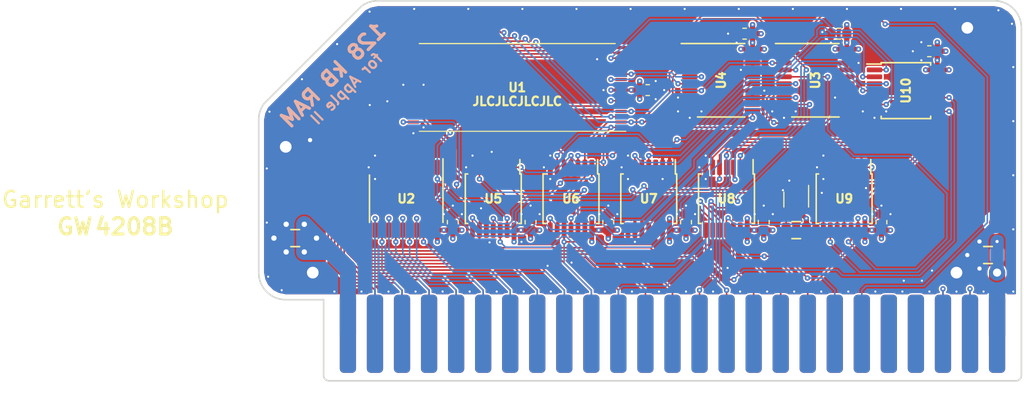
<source format=kicad_pcb>
(kicad_pcb (version 20171130) (host pcbnew "(5.1.5-0-10_14)")
  (layers (0 F.Cu signal) (1 In1.Cu power) (2 In2.Cu signal) (31 B.Cu power) (34 B.Paste user) (35 F.Paste user) (36 B.SilkS user) (37 F.SilkS user) (38 B.Mask user) (39 F.Mask user) (44 Edge.Cuts user))
  (net 0 "")
  (net 1 +5V)
  (net 2 GND)
  (net 3 /A4)
  (net 4 /D7)
  (net 5 /D6)
  (net 6 /A8)
  (net 7 /A7)
  (net 8 /A6)
  (net 9 /A5)
  (net 10 /A3)
  (net 11 /A2)
  (net 12 /A1)
  (net 13 /A0)
  (net 14 /A9)
  (net 15 /D1)
  (net 16 /D5)
  (net 17 /D0)
  (net 18 /D2)
  (net 19 /D3)
  (net 20 /D4)
  (net 21 /A10)
  (net 22 +12V)
  (net 23 -12V)
  (net 24 -5V)
  (net 25 /~IOSEL~)
  (net 26 /A11)
  (net 27 /A12)
  (net 28 /A13)
  (net 29 /A14)
  (net 30 /A15)
  (net 31 /~IOSTRB~)
  (net 32 /RDY)
  (net 33 /DMA)
  (net 34 /~NMI~)
  (net 35 /~IRQ~)
  (net 36 /~RES~)
  (net 37 /~INH~)
  (net 38 /COLORREF)
  (net 39 /7M)
  (net 40 /Q3)
  (net 41 /PHI1)
  (net 42 /USER1)
  (net 43 /PHI0)
  (net 44 /~DEVSEL~)
  (net 45 /INTin)
  (net 46 /DMAin)
  (net 47 /VIDSYNC)
  (net 48 /R~WE~)
  (net 49 /R~CS~)
  (net 50 /RA15)
  (net 51 /RA16)
  (net 52 /RA14)
  (net 53 /RA12)
  (net 54 /RD7)
  (net 55 /RD6)
  (net 56 /RD5)
  (net 57 /RD4)
  (net 58 /RD3)
  (net 59 /RD2)
  (net 60 /RD1)
  (net 61 /RD0)
  (net 62 /BankAB)
  (net 63 /ENWR1)
  (net 64 /ENRD)
  (net 65 /ENWR)
  (net 66 "Net-(U1-Pad9)")
  (net 67 /~DEV~andA2)
  (net 68 /ENWR1A0)
  (net 69 "Net-(U3-Pad12)")
  (net 70 /~DEV~and~A2~)
  (net 71 /~A0XOR1~)
  (net 72 "Net-(U5-Pad2)")
  (net 73 "Net-(U5-Pad4)")
  (net 74 "Net-(U5-Pad6)")
  (net 75 "Net-(U5-Pad8)")
  (net 76 /RCS)
  (net 77 "Net-(U5-Pad12)")
  (net 78 "Net-(U10-Pad1)")
  (net 79 "Net-(U10-Pad2)")
  (net 80 "Net-(U10-Pad4)")
  (net 81 "Net-(U10-Pad5)")
  (net 82 "Net-(U10-Pad10)")
  (net 83 "Net-(U8-Pad11)")
  (net 84 "Net-(U10-Pad9)")
  (net 85 "Net-(U9-Pad10)")
  (net 86 "Net-(U10-Pad8)")
  (net 87 /INHOE)
  (net 88 "Net-(U10-Pad11)")
  (net 89 "Net-(U3-Pad15)")
  (net 90 "Net-(U4-Pad15)")
  (net 91 "Net-(U3-Pad16)")
  (net 92 "Net-(U4-Pad16)")
  (net 93 "Net-(U4-Pad12)")
  (net 94 "Net-(U4-Pad9)")
  (net 95 "Net-(U3-Pad19)")
  (net 96 "Net-(U4-Pad19)")
  (net 97 "Net-(U7-Pad11)")
  (net 98 "Net-(U7-Pad8)")
  (net 99 "Net-(U7-Pad3)")
  (module stdpads:TSSOP-14_4.4x5mm_P0.65mm (layer F.Cu) (at 128.6 112.45 270)
    (fp_text reference U10)
    (fp_text value 74LS32)
    (fp_text user %R (at 0 0 270) (layer F.SilkS) (effects (font (size 0.8128 0.8128) (thickness 0.2032))))
    (pad 14 smd roundrect (at -1.95 -2.95) (size 1.45 0.45) (layers F.Cu F.Paste F.Mask) (net 1 +5V))
    (pad 13 smd roundrect (at -1.3 -2.95) (size 1.45 0.45) (layers F.Cu F.Paste F.Mask) (net 27 /A12))
    (pad 12 smd roundrect (at -0.65 -2.95) (size 1.45 0.45) (layers F.Cu F.Paste F.Mask) (net 28 /A13))
    (pad 11 smd roundrect (at 0 -2.95) (size 1.45 0.45) (layers F.Cu F.Paste F.Mask) (net 88 "Net-(U10-Pad11)"))
    (pad 10 smd roundrect (at 0.65 -2.95) (size 1.45 0.45) (layers F.Cu F.Paste F.Mask) (net 82 "Net-(U10-Pad10)"))
    (pad 9 smd roundrect (at 1.3 -2.95) (size 1.45 0.45) (layers F.Cu F.Paste F.Mask) (net 84 "Net-(U10-Pad9)"))
    (pad 8 smd roundrect (at 1.95 -2.95) (size 1.45 0.45) (layers F.Cu F.Paste F.Mask) (net 86 "Net-(U10-Pad8)"))
    (pad 7 smd roundrect (at 1.95 2.95) (size 1.45 0.45) (layers F.Cu F.Paste F.Mask) (net 2 GND))
    (pad 6 smd roundrect (at 1.3 2.95) (size 1.45 0.45) (layers F.Cu F.Paste F.Mask) (net 53 /RA12))
    (pad 5 smd roundrect (at 0.65 2.95) (size 1.45 0.45) (layers F.Cu F.Paste F.Mask) (net 81 "Net-(U10-Pad5)"))
    (pad 4 smd roundrect (at 0 2.95) (size 1.45 0.45) (layers F.Cu F.Paste F.Mask) (net 80 "Net-(U10-Pad4)"))
    (pad 3 smd roundrect (at -0.65 2.95) (size 1.45 0.45) (layers F.Cu F.Paste F.Mask) (net 71 /~A0XOR1~))
    (pad 2 smd roundrect (at -1.3 2.95) (size 1.45 0.45) (layers F.Cu F.Paste F.Mask) (net 79 "Net-(U10-Pad2)"))
    (pad 1 smd roundrect (at -1.95 2.95) (size 1.45 0.45) (layers F.Cu F.Paste F.Mask) (net 78 "Net-(U10-Pad1)"))
  )
  (module stdpads:TSSOP-14_4.4x5mm_P0.65mm (layer F.Cu) (at 97.15 122.6 180)
    (fp_text reference U6)
    (fp_text value 74LS08)
    (fp_text user %R (at 0 0 180) (layer F.SilkS) (effects (font (size 0.8128 0.8128) (thickness 0.2032))))
    (pad 1 smd roundrect (at -1.95 2.95 270) (size 1.45 0.45) (layers F.Cu F.Paste F.Mask) (net 72 "Net-(U5-Pad2)"))
    (pad 2 smd roundrect (at -1.3 2.95 270) (size 1.45 0.45) (layers F.Cu F.Paste F.Mask) (net 12 /A1))
    (pad 3 smd roundrect (at -0.65 2.95 270) (size 1.45 0.45) (layers F.Cu F.Paste F.Mask) (net 78 "Net-(U10-Pad1)"))
    (pad 4 smd roundrect (at 0 2.95 270) (size 1.45 0.45) (layers F.Cu F.Paste F.Mask) (net 13 /A0))
    (pad 5 smd roundrect (at 0.65 2.95 270) (size 1.45 0.45) (layers F.Cu F.Paste F.Mask) (net 73 "Net-(U5-Pad4)"))
    (pad 6 smd roundrect (at 1.3 2.95 270) (size 1.45 0.45) (layers F.Cu F.Paste F.Mask) (net 79 "Net-(U10-Pad2)"))
    (pad 7 smd roundrect (at 1.95 2.95 270) (size 1.45 0.45) (layers F.Cu F.Paste F.Mask) (net 2 GND))
    (pad 8 smd roundrect (at 1.95 -2.95 270) (size 1.45 0.45) (layers F.Cu F.Paste F.Mask) (net 67 /~DEV~andA2))
    (pad 9 smd roundrect (at 1.3 -2.95 270) (size 1.45 0.45) (layers F.Cu F.Paste F.Mask) (net 11 /A2))
    (pad 10 smd roundrect (at 0.65 -2.95 270) (size 1.45 0.45) (layers F.Cu F.Paste F.Mask) (net 44 /~DEVSEL~))
    (pad 11 smd roundrect (at 0 -2.95 270) (size 1.45 0.45) (layers F.Cu F.Paste F.Mask) (net 70 /~DEV~and~A2~))
    (pad 12 smd roundrect (at -0.65 -2.95 270) (size 1.45 0.45) (layers F.Cu F.Paste F.Mask) (net 74 "Net-(U5-Pad6)"))
    (pad 13 smd roundrect (at -1.3 -2.95 270) (size 1.45 0.45) (layers F.Cu F.Paste F.Mask) (net 44 /~DEVSEL~))
    (pad 14 smd roundrect (at -1.95 -2.95 270) (size 1.45 0.45) (layers F.Cu F.Paste F.Mask) (net 1 +5V))
  )
  (module stdpads:C_0603 (layer F.Cu) (at 107.95 124.8 90)
    (fp_text reference C8)
    (fp_text value 2u2)
    (pad 1 smd roundrect (at -0.75 0 90) (size 0.85 0.95) (layers F.Cu F.Paste F.Mask) (net 1 +5V))
    (pad 2 smd roundrect (at 0.75 0 90) (size 0.85 0.95) (layers F.Cu F.Paste F.Mask) (net 2 GND))
  )
  (module stdpads:TSOP-I-32_18.4x8mm_P0.5mm (layer F.Cu) (at 92.1 112.15 180)
    (fp_text reference U1)
    (fp_text value 621024)
    (fp_text user %R (at 0 0) (layer F.SilkS) (effects (font (size 0.8128 0.8128) (thickness 0.2032))))
    (pad 32 smd roundrect (at 9.75 -3.75 180) (size 1.1 0.3) (layers F.Cu F.Paste F.Mask) (net 2 GND))
    (pad 31 smd roundrect (at 9.75 -3.25 180) (size 1.1 0.3) (layers F.Cu F.Paste F.Mask) (net 28 /A13))
    (pad 30 smd roundrect (at 9.75 -2.75 180) (size 1.1 0.3) (layers F.Cu F.Paste F.Mask) (net 49 /R~CS~))
    (pad 29 smd roundrect (at 9.75 -2.25 180) (size 1.1 0.3) (layers F.Cu F.Paste F.Mask) (net 58 /RD3))
    (pad 28 smd roundrect (at 9.75 -1.75 180) (size 1.1 0.3) (layers F.Cu F.Paste F.Mask) (net 59 /RD2))
    (pad 27 smd roundrect (at 9.75 -1.25 180) (size 1.1 0.3) (layers F.Cu F.Paste F.Mask) (net 60 /RD1))
    (pad 26 smd roundrect (at 9.75 -0.75 180) (size 1.1 0.3) (layers F.Cu F.Paste F.Mask) (net 61 /RD0))
    (pad 25 smd roundrect (at 9.75 -0.25 180) (size 1.1 0.3) (layers F.Cu F.Paste F.Mask) (net 54 /RD7))
    (pad 24 smd roundrect (at 9.75 0.25 180) (size 1.1 0.3) (layers F.Cu F.Paste F.Mask) (net 2 GND))
    (pad 23 smd roundrect (at 9.75 0.75 180) (size 1.1 0.3) (layers F.Cu F.Paste F.Mask) (net 55 /RD6))
    (pad 22 smd roundrect (at 9.75 1.25 180) (size 1.1 0.3) (layers F.Cu F.Paste F.Mask) (net 56 /RD5))
    (pad 21 smd roundrect (at 9.75 1.75 180) (size 1.1 0.3) (layers F.Cu F.Paste F.Mask) (net 57 /RD4))
    (pad 20 smd roundrect (at 9.75 2.25 180) (size 1.1 0.3) (layers F.Cu F.Paste F.Mask) (net 26 /A11))
    (pad 19 smd roundrect (at 9.75 2.75 180) (size 1.1 0.3) (layers F.Cu F.Paste F.Mask) (net 21 /A10))
    (pad 18 smd roundrect (at 9.75 3.25 180) (size 1.1 0.3) (layers F.Cu F.Paste F.Mask) (net 14 /A9))
    (pad 16 smd roundrect (at -9.75 3.75 180) (size 1.1 0.3) (layers F.Cu F.Paste F.Mask) (net 3 /A4))
    (pad 15 smd roundrect (at -9.75 3.25 180) (size 1.1 0.3) (layers F.Cu F.Paste F.Mask) (net 9 /A5))
    (pad 14 smd roundrect (at -9.75 2.75 180) (size 1.1 0.3) (layers F.Cu F.Paste F.Mask) (net 53 /RA12))
    (pad 13 smd roundrect (at -9.75 2.25 180) (size 1.1 0.3) (layers F.Cu F.Paste F.Mask) (net 8 /A6))
    (pad 12 smd roundrect (at -9.75 1.75 180) (size 1.1 0.3) (layers F.Cu F.Paste F.Mask) (net 52 /RA14))
    (pad 11 smd roundrect (at -9.75 1.25 180) (size 1.1 0.3) (layers F.Cu F.Paste F.Mask) (net 50 /RA15))
    (pad 10 smd roundrect (at -9.75 0.75 180) (size 1.1 0.3) (layers F.Cu F.Paste F.Mask) (net 51 /RA16))
    (pad 9 smd roundrect (at -9.75 0.25 180) (size 1.1 0.3) (layers F.Cu F.Paste F.Mask) (net 66 "Net-(U1-Pad9)"))
    (pad 8 smd roundrect (at -9.75 -0.25 180) (size 1.1 0.3) (layers F.Cu F.Paste F.Mask) (net 1 +5V))
    (pad 7 smd roundrect (at -9.75 -0.75 180) (size 1.1 0.3) (layers F.Cu F.Paste F.Mask) (net 7 /A7))
    (pad 6 smd roundrect (at -9.75 -1.25 180) (size 1.1 0.3) (layers F.Cu F.Paste F.Mask) (net 1 +5V))
    (pad 5 smd roundrect (at -9.75 -1.75 180) (size 1.1 0.3) (layers F.Cu F.Paste F.Mask) (net 48 /R~WE~))
    (pad 4 smd roundrect (at -9.75 -2.25 180) (size 1.1 0.3) (layers F.Cu F.Paste F.Mask) (net 10 /A3))
    (pad 3 smd roundrect (at -9.75 -2.75 180) (size 1.1 0.3) (layers F.Cu F.Paste F.Mask) (net 11 /A2))
    (pad 2 smd roundrect (at -9.75 -3.25 180) (size 1.1 0.3) (layers F.Cu F.Paste F.Mask) (net 12 /A1))
    (pad 17 smd roundrect (at 9.75 3.75 180) (size 1.1 0.3) (layers F.Cu F.Paste F.Mask) (net 6 /A8))
    (pad 1 smd roundrect (at -9.75 -3.75 180) (size 1.1 0.3) (layers F.Cu F.Paste F.Mask) (net 13 /A0))
  )
  (module stdpads:C_0603 (layer F.Cu) (at 86.05 124.8 90)
    (fp_text reference C3)
    (fp_text value 2u2)
    (pad 2 smd roundrect (at 0.75 0 90) (size 0.85 0.95) (layers F.Cu F.Paste F.Mask) (net 2 GND))
    (pad 1 smd roundrect (at -0.75 0 90) (size 0.85 0.95) (layers F.Cu F.Paste F.Mask) (net 1 +5V))
  )
  (module stdpads:C_0603 (layer F.Cu) (at 126.3 124.8 90)
    (fp_text reference C10)
    (fp_text value 2u2)
    (pad 1 smd roundrect (at -0.75 0 90) (size 0.85 0.95) (layers F.Cu F.Paste F.Mask) (net 1 +5V))
    (pad 2 smd roundrect (at 0.75 0 90) (size 0.85 0.95) (layers F.Cu F.Paste F.Mask) (net 2 GND))
  )
  (module stdpads:C_0603 (layer F.Cu) (at 115.25 124.8 90)
    (fp_text reference C9)
    (fp_text value 2u2)
    (pad 2 smd roundrect (at 0.75 0 90) (size 0.85 0.95) (layers F.Cu F.Paste F.Mask) (net 2 GND))
    (pad 1 smd roundrect (at -0.75 0 90) (size 0.85 0.95) (layers F.Cu F.Paste F.Mask) (net 1 +5V))
  )
  (module stdpads:R_0805 (layer F.Cu) (at 118.3 125.55 180)
    (fp_text reference R1 hide)
    (fp_text value 3k3 hide)
    (pad 1 smd roundrect (at -0.95 0 180) (size 0.85 1.4) (layers F.Cu F.Paste F.Mask) (net 1 +5V))
    (pad 2 smd roundrect (at 0.95 0 180) (size 0.85 1.4) (layers F.Cu F.Paste F.Mask) (net 37 /~INH~))
  )
  (module stdpads:C_0603 (layer F.Cu) (at 93.35 124.8 90)
    (fp_text reference C6)
    (fp_text value 2u2)
    (pad 1 smd roundrect (at -0.75 0 90) (size 0.85 0.95) (layers F.Cu F.Paste F.Mask) (net 1 +5V))
    (pad 2 smd roundrect (at 0.75 0 90) (size 0.85 0.95) (layers F.Cu F.Paste F.Mask) (net 2 GND))
  )
  (module stdpads:AppleIIBus_Edge (layer F.Cu) (at 106.68 135.382)
    (fp_text reference J1 hide)
    (fp_text value AppleIIBus)
    (pad 26 smd roundrect (at 30.48 -0.1 180) (size 1.524 7.34) (layers B.Cu B.Mask) (net 2 GND))
    (pad 27 smd roundrect (at 27.94 -0.1 180) (size 1.524 7.34) (layers B.Cu B.Mask) (net 46 /DMAin))
    (pad 28 smd roundrect (at 25.4 -0.1 180) (size 1.524 7.34) (layers B.Cu B.Mask) (net 45 /INTin))
    (pad 50 smd roundrect (at -30.48 -0.1 180) (size 1.524 7.34) (layers B.Cu B.Mask) (net 22 +12V))
    (pad 49 smd roundrect (at -27.94 -0.1 180) (size 1.524 7.34) (layers B.Cu B.Mask) (net 17 /D0))
    (pad 48 smd roundrect (at -25.4 -0.1 180) (size 1.524 7.34) (layers B.Cu B.Mask) (net 15 /D1))
    (pad 47 smd roundrect (at -22.86 -0.1 180) (size 1.524 7.34) (layers B.Cu B.Mask) (net 18 /D2))
    (pad 46 smd roundrect (at -20.32 -0.1 180) (size 1.524 7.34) (layers B.Cu B.Mask) (net 19 /D3))
    (pad 45 smd roundrect (at -17.78 -0.1 180) (size 1.524 7.34) (layers B.Cu B.Mask) (net 20 /D4))
    (pad 44 smd roundrect (at -15.24 -0.1 180) (size 1.524 7.34) (layers B.Cu B.Mask) (net 16 /D5))
    (pad 43 smd roundrect (at -12.7 -0.1 180) (size 1.524 7.34) (layers B.Cu B.Mask) (net 5 /D6))
    (pad 42 smd roundrect (at -10.16 -0.1 180) (size 1.524 7.34) (layers B.Cu B.Mask) (net 4 /D7))
    (pad 41 smd roundrect (at -7.62 -0.1 180) (size 1.524 7.34) (layers B.Cu B.Mask) (net 44 /~DEVSEL~))
    (pad 40 smd roundrect (at -5.08 -0.1 180) (size 1.524 7.34) (layers B.Cu B.Mask) (net 43 /PHI0))
    (pad 39 smd roundrect (at -2.54 -0.1 180) (size 1.524 7.34) (layers B.Cu B.Mask) (net 42 /USER1))
    (pad 38 smd roundrect (at 0 -0.1 180) (size 1.524 7.34) (layers B.Cu B.Mask) (net 41 /PHI1))
    (pad 37 smd roundrect (at 2.54 -0.1 180) (size 1.524 7.34) (layers B.Cu B.Mask) (net 40 /Q3))
    (pad 36 smd roundrect (at 5.08 -0.1 180) (size 1.524 7.34) (layers B.Cu B.Mask) (net 39 /7M))
    (pad 35 smd roundrect (at 7.62 -0.1 180) (size 1.524 7.34) (layers B.Cu B.Mask) (net 38 /COLORREF))
    (pad 34 smd roundrect (at 10.16 -0.1 180) (size 1.524 7.34) (layers B.Cu B.Mask) (net 24 -5V))
    (pad 33 smd roundrect (at 12.7 -0.1 180) (size 1.524 7.34) (layers B.Cu B.Mask) (net 23 -12V))
    (pad 32 smd roundrect (at 15.24 -0.1 180) (size 1.524 7.34) (layers B.Cu B.Mask) (net 37 /~INH~))
    (pad 31 smd roundrect (at 17.78 -0.1 180) (size 1.524 7.34) (layers B.Cu B.Mask) (net 36 /~RES~))
    (pad 30 smd roundrect (at 20.32 -0.1 180) (size 1.524 7.34) (layers B.Cu B.Mask) (net 35 /~IRQ~))
    (pad 29 smd roundrect (at 22.86 -0.1 180) (size 1.524 7.34) (layers B.Cu B.Mask) (net 34 /~NMI~))
    (pad 25 smd roundrect (at 30.48 -0.1 180) (size 1.524 7.34) (layers F.Cu F.Mask) (net 1 +5V))
    (pad 24 smd roundrect (at 27.94 -0.1 180) (size 1.524 7.34) (layers F.Cu F.Mask) (net 46 /DMAin))
    (pad 23 smd roundrect (at 25.4 -0.1 180) (size 1.524 7.34) (layers F.Cu F.Mask) (net 45 /INTin))
    (pad 22 smd roundrect (at 22.86 -0.1 180) (size 1.524 7.34) (layers F.Cu F.Mask) (net 33 /DMA))
    (pad 21 smd roundrect (at 20.32 -0.1 180) (size 1.524 7.34) (layers F.Cu F.Mask) (net 32 /RDY))
    (pad 20 smd roundrect (at 17.78 -0.1 180) (size 1.524 7.34) (layers F.Cu F.Mask) (net 31 /~IOSTRB~))
    (pad 19 smd roundrect (at 15.24 -0.1 180) (size 1.524 7.34) (layers F.Cu F.Mask) (net 47 /VIDSYNC))
    (pad 18 smd roundrect (at 12.7 -0.1 180) (size 1.524 7.34) (layers F.Cu F.Mask) (net 48 /R~WE~))
    (pad 17 smd roundrect (at 10.16 -0.1 180) (size 1.524 7.34) (layers F.Cu F.Mask) (net 30 /A15))
    (pad 16 smd roundrect (at 7.62 -0.1 180) (size 1.524 7.34) (layers F.Cu F.Mask) (net 29 /A14))
    (pad 15 smd roundrect (at 5.08 -0.1 180) (size 1.524 7.34) (layers F.Cu F.Mask) (net 28 /A13))
    (pad 14 smd roundrect (at 2.54 -0.1 180) (size 1.524 7.34) (layers F.Cu F.Mask) (net 27 /A12))
    (pad 13 smd roundrect (at 0 -0.1 180) (size 1.524 7.34) (layers F.Cu F.Mask) (net 26 /A11))
    (pad 12 smd roundrect (at -2.54 -0.1 180) (size 1.524 7.34) (layers F.Cu F.Mask) (net 21 /A10))
    (pad 11 smd roundrect (at -5.08 -0.1 180) (size 1.524 7.34) (layers F.Cu F.Mask) (net 14 /A9))
    (pad 10 smd roundrect (at -7.62 -0.1 180) (size 1.524 7.34) (layers F.Cu F.Mask) (net 6 /A8))
    (pad 9 smd roundrect (at -10.16 -0.1 180) (size 1.524 7.34) (layers F.Cu F.Mask) (net 7 /A7))
    (pad 8 smd roundrect (at -12.7 -0.1 180) (size 1.524 7.34) (layers F.Cu F.Mask) (net 8 /A6))
    (pad 7 smd roundrect (at -15.24 -0.1 180) (size 1.524 7.34) (layers F.Cu F.Mask) (net 9 /A5))
    (pad 6 smd roundrect (at -17.78 -0.1 180) (size 1.524 7.34) (layers F.Cu F.Mask) (net 3 /A4))
    (pad 5 smd roundrect (at -20.32 -0.1 180) (size 1.524 7.34) (layers F.Cu F.Mask) (net 10 /A3))
    (pad 4 smd roundrect (at -22.86 -0.1 180) (size 1.524 7.34) (layers F.Cu F.Mask) (net 11 /A2))
    (pad 3 smd roundrect (at -25.4 -0.1 180) (size 1.524 7.34) (layers F.Cu F.Mask) (net 12 /A1))
    (pad 2 smd roundrect (at -27.94 -0.1 180) (size 1.524 7.34) (layers F.Cu F.Mask) (net 13 /A0))
    (pad 1 smd roundrect (at -30.48 -0.1 180) (size 1.524 7.34) (layers F.Cu F.Mask) (net 25 /~IOSEL~))
  )
  (module stdpads:Fiducial (layer F.Cu) (at 70.358 115.189 90)
    (fp_text reference FID2 hide)
    (fp_text value Fiducial hide)
    (pad ~ smd circle (at 0 0 90) (size 1 1) (layers F.Cu F.Mask) (clearance 0.575))
  )
  (module stdpads:Fiducial (layer F.Cu) (at 136.906 106.553 270)
    (fp_text reference FID1 hide)
    (fp_text value Fiducial hide)
    (pad ~ smd circle (at 0 0 270) (size 1 1) (layers F.Cu F.Mask) (clearance 0.575))
  )
  (module stdpads:Fiducial (layer F.Cu) (at 70.358 129.54)
    (fp_text reference FID5 hide)
    (fp_text value Fiducial hide)
    (pad ~ smd circle (at 0 0) (size 1 1) (layers F.Cu F.Mask) (clearance 0.575))
  )
  (module stdpads:Fiducial (layer F.Cu) (at 136.906 124.841)
    (fp_text reference FID4 hide)
    (fp_text value Fiducial hide)
    (pad ~ smd circle (at 0 0) (size 1 1) (layers F.Cu F.Mask) (clearance 0.575))
  )
  (module stdpads:PasteHole_1.1mm_PTH (layer F.Cu) (at 70.358 117.729 90)
    (fp_text reference H2 hide)
    (fp_text value " " hide)
    (pad 1 thru_hole circle (at 0 0 90) (size 2 2) (drill 1.1) (layers *.Cu *.Mask) (net 2 GND))
  )
  (module stdpads:PasteHole_1.1mm_PTH (layer F.Cu) (at 134.366 106.553 270)
    (fp_text reference H1 hide)
    (fp_text value " " hide)
    (pad 1 thru_hole circle (at 0 0 270) (size 2 2) (drill 1.1) (layers *.Cu *.Mask) (net 2 GND))
  )
  (module stdpads:PasteHole_1.1mm_PTH (layer F.Cu) (at 133.35 129.54)
    (fp_text reference H4 hide)
    (fp_text value " " hide)
    (pad 1 thru_hole circle (at 0 0) (size 2 2) (drill 1.1) (layers *.Cu *.Mask) (net 2 GND))
  )
  (module stdpads:PasteHole_1.1mm_PTH (layer F.Cu) (at 72.898 129.54)
    (fp_text reference H5 hide)
    (fp_text value " " hide)
    (pad 1 thru_hole circle (at 0 0) (size 2 2) (drill 1.1) (layers *.Cu *.Mask) (net 2 GND))
  )
  (module stdpads:C_0805 (layer F.Cu) (at 136.31 127.889 180)
    (fp_text reference C1 hide)
    (fp_text value 2u2 hide)
    (pad 1 smd roundrect (at -0.85 0 180) (size 1.05 1.4) (layers F.Cu F.Paste F.Mask) (net 1 +5V))
    (pad 2 smd roundrect (at 0.85 0 180) (size 1.05 1.4) (layers F.Cu F.Paste F.Mask) (net 2 GND))
  )
  (module stdpads:TSSOP-20_4.4x6.5mm_P0.65mm (layer F.Cu) (at 81.675 122.6 180)
    (fp_text reference U2)
    (fp_text value 74HCT245)
    (fp_text user %R (at 0 0) (layer F.SilkS) (effects (font (size 0.8128 0.8128) (thickness 0.2032))))
    (pad 1 smd roundrect (at -2.925 2.95 270) (size 1.45 0.45) (layers F.Cu F.Paste F.Mask) (net 48 /R~WE~))
    (pad 2 smd roundrect (at -2.275 2.95 270) (size 1.45 0.45) (layers F.Cu F.Paste F.Mask) (net 58 /RD3))
    (pad 3 smd roundrect (at -1.625 2.95 270) (size 1.45 0.45) (layers F.Cu F.Paste F.Mask) (net 59 /RD2))
    (pad 4 smd roundrect (at -0.975 2.95 270) (size 1.45 0.45) (layers F.Cu F.Paste F.Mask) (net 60 /RD1))
    (pad 5 smd roundrect (at -0.325 2.95 270) (size 1.45 0.45) (layers F.Cu F.Paste F.Mask) (net 61 /RD0))
    (pad 6 smd roundrect (at 0.325 2.95 270) (size 1.45 0.45) (layers F.Cu F.Paste F.Mask) (net 54 /RD7))
    (pad 7 smd roundrect (at 0.975 2.95 270) (size 1.45 0.45) (layers F.Cu F.Paste F.Mask) (net 55 /RD6))
    (pad 8 smd roundrect (at 1.625 2.95 270) (size 1.45 0.45) (layers F.Cu F.Paste F.Mask) (net 56 /RD5))
    (pad 9 smd roundrect (at 2.275 2.95 270) (size 1.45 0.45) (layers F.Cu F.Paste F.Mask) (net 57 /RD4))
    (pad 10 smd roundrect (at 2.925 2.95 270) (size 1.45 0.45) (layers F.Cu F.Paste F.Mask) (net 2 GND))
    (pad 11 smd roundrect (at 2.925 -2.95 270) (size 1.45 0.45) (layers F.Cu F.Paste F.Mask) (net 17 /D0))
    (pad 12 smd roundrect (at 2.275 -2.95 270) (size 1.45 0.45) (layers F.Cu F.Paste F.Mask) (net 15 /D1))
    (pad 13 smd roundrect (at 1.625 -2.95 270) (size 1.45 0.45) (layers F.Cu F.Paste F.Mask) (net 18 /D2))
    (pad 14 smd roundrect (at 0.975 -2.95 270) (size 1.45 0.45) (layers F.Cu F.Paste F.Mask) (net 19 /D3))
    (pad 15 smd roundrect (at 0.325 -2.95 270) (size 1.45 0.45) (layers F.Cu F.Paste F.Mask) (net 20 /D4))
    (pad 16 smd roundrect (at -0.325 -2.95 270) (size 1.45 0.45) (layers F.Cu F.Paste F.Mask) (net 16 /D5))
    (pad 17 smd roundrect (at -0.975 -2.95 270) (size 1.45 0.45) (layers F.Cu F.Paste F.Mask) (net 5 /D6))
    (pad 18 smd roundrect (at -1.625 -2.95 270) (size 1.45 0.45) (layers F.Cu F.Paste F.Mask) (net 4 /D7))
    (pad 19 smd roundrect (at -2.275 -2.95 270) (size 1.45 0.45) (layers F.Cu F.Paste F.Mask) (net 49 /R~CS~))
    (pad 20 smd roundrect (at -2.925 -2.95 270) (size 1.45 0.45) (layers F.Cu F.Paste F.Mask) (net 1 +5V))
  )
  (module stdpads:TSSOP-14_4.4x5mm_P0.65mm (layer F.Cu) (at 122.8 122.6 180)
    (fp_text reference U9)
    (fp_text value 74LS08)
    (fp_text user %R (at 0 0 180) (layer F.SilkS) (effects (font (size 0.8128 0.8128) (thickness 0.2032))))
    (pad 1 smd roundrect (at -1.95 2.95 270) (size 1.45 0.45) (layers F.Cu F.Paste F.Mask) (net 83 "Net-(U8-Pad11)"))
    (pad 2 smd roundrect (at -1.3 2.95 270) (size 1.45 0.45) (layers F.Cu F.Paste F.Mask) (net 88 "Net-(U10-Pad11)"))
    (pad 3 smd roundrect (at -0.65 2.95 270) (size 1.45 0.45) (layers F.Cu F.Paste F.Mask) (net 85 "Net-(U9-Pad10)"))
    (pad 4 smd roundrect (at 0 2.95 270) (size 1.45 0.45) (layers F.Cu F.Paste F.Mask) (net 87 /INHOE))
    (pad 5 smd roundrect (at 0.65 2.95 270) (size 1.45 0.45) (layers F.Cu F.Paste F.Mask) (net 43 /PHI0))
    (pad 6 smd roundrect (at 1.3 2.95 270) (size 1.45 0.45) (layers F.Cu F.Paste F.Mask) (net 76 /RCS))
    (pad 7 smd roundrect (at 1.95 2.95 270) (size 1.45 0.45) (layers F.Cu F.Paste F.Mask) (net 2 GND))
    (pad 8 smd roundrect (at 1.95 -2.95 270) (size 1.45 0.45) (layers F.Cu F.Paste F.Mask) (net 87 /INHOE))
    (pad 9 smd roundrect (at 1.3 -2.95 270) (size 1.45 0.45) (layers F.Cu F.Paste F.Mask) (net 86 "Net-(U10-Pad8)"))
    (pad 10 smd roundrect (at 0.65 -2.95 270) (size 1.45 0.45) (layers F.Cu F.Paste F.Mask) (net 85 "Net-(U9-Pad10)"))
    (pad 11 smd roundrect (at 0 -2.95 270) (size 1.45 0.45) (layers F.Cu F.Paste F.Mask) (net 84 "Net-(U10-Pad9)"))
    (pad 12 smd roundrect (at -0.65 -2.95 270) (size 1.45 0.45) (layers F.Cu F.Paste F.Mask) (net 64 /ENRD))
    (pad 13 smd roundrect (at -1.3 -2.95 270) (size 1.45 0.45) (layers F.Cu F.Paste F.Mask) (net 48 /R~WE~))
    (pad 14 smd roundrect (at -1.95 -2.95 270) (size 1.45 0.45) (layers F.Cu F.Paste F.Mask) (net 1 +5V))
  )
  (module stdpads:TSSOP-14_4.4x5mm_P0.65mm (layer F.Cu) (at 111.75 122.6 180)
    (fp_text reference U8)
    (fp_text value 74LS08)
    (fp_text user %R (at 0 0 180) (layer F.SilkS) (effects (font (size 0.8128 0.8128) (thickness 0.2032))))
    (pad 1 smd roundrect (at -1.95 2.95 270) (size 1.45 0.45) (layers F.Cu F.Paste F.Mask) (net 75 "Net-(U5-Pad8)"))
    (pad 2 smd roundrect (at -1.3 2.95 270) (size 1.45 0.45) (layers F.Cu F.Paste F.Mask) (net 62 /BankAB))
    (pad 3 smd roundrect (at -0.65 2.95 270) (size 1.45 0.45) (layers F.Cu F.Paste F.Mask) (net 80 "Net-(U10-Pad4)"))
    (pad 4 smd roundrect (at 0 2.95 270) (size 1.45 0.45) (layers F.Cu F.Paste F.Mask) (net 28 /A13))
    (pad 5 smd roundrect (at 0.65 2.95 270) (size 1.45 0.45) (layers F.Cu F.Paste F.Mask) (net 27 /A12))
    (pad 6 smd roundrect (at 1.3 2.95 270) (size 1.45 0.45) (layers F.Cu F.Paste F.Mask) (net 81 "Net-(U10-Pad5)"))
    (pad 7 smd roundrect (at 1.95 2.95 270) (size 1.45 0.45) (layers F.Cu F.Paste F.Mask) (net 2 GND))
    (pad 8 smd roundrect (at 1.95 -2.95 270) (size 1.45 0.45) (layers F.Cu F.Paste F.Mask) (net 82 "Net-(U10-Pad10)"))
    (pad 9 smd roundrect (at 1.3 -2.95 270) (size 1.45 0.45) (layers F.Cu F.Paste F.Mask) (net 65 /ENWR))
    (pad 10 smd roundrect (at 0.65 -2.95 270) (size 1.45 0.45) (layers F.Cu F.Paste F.Mask) (net 77 "Net-(U5-Pad12)"))
    (pad 11 smd roundrect (at 0 -2.95 270) (size 1.45 0.45) (layers F.Cu F.Paste F.Mask) (net 83 "Net-(U8-Pad11)"))
    (pad 12 smd roundrect (at -0.65 -2.95 270) (size 1.45 0.45) (layers F.Cu F.Paste F.Mask) (net 29 /A14))
    (pad 13 smd roundrect (at -1.3 -2.95 270) (size 1.45 0.45) (layers F.Cu F.Paste F.Mask) (net 30 /A15))
    (pad 14 smd roundrect (at -1.95 -2.95 270) (size 1.45 0.45) (layers F.Cu F.Paste F.Mask) (net 1 +5V))
  )
  (module stdpads:TSSOP-14_4.4x5mm_P0.65mm (layer F.Cu) (at 104.45 122.6 180)
    (fp_text reference U7)
    (fp_text value 74LS08)
    (fp_text user %R (at 0 0 180) (layer F.SilkS) (effects (font (size 0.8128 0.8128) (thickness 0.2032))))
    (pad 14 smd roundrect (at -1.95 -2.95 270) (size 1.45 0.45) (layers F.Cu F.Paste F.Mask) (net 1 +5V))
    (pad 13 smd roundrect (at -1.3 -2.95 270) (size 1.45 0.45) (layers F.Cu F.Paste F.Mask) (net 2 GND))
    (pad 12 smd roundrect (at -0.65 -2.95 270) (size 1.45 0.45) (layers F.Cu F.Paste F.Mask) (net 2 GND))
    (pad 11 smd roundrect (at 0 -2.95 270) (size 1.45 0.45) (layers F.Cu F.Paste F.Mask) (net 97 "Net-(U7-Pad11)"))
    (pad 10 smd roundrect (at 0.65 -2.95 270) (size 1.45 0.45) (layers F.Cu F.Paste F.Mask) (net 2 GND))
    (pad 9 smd roundrect (at 1.3 -2.95 270) (size 1.45 0.45) (layers F.Cu F.Paste F.Mask) (net 2 GND))
    (pad 8 smd roundrect (at 1.95 -2.95 270) (size 1.45 0.45) (layers F.Cu F.Paste F.Mask) (net 98 "Net-(U7-Pad8)"))
    (pad 7 smd roundrect (at 1.95 2.95 270) (size 1.45 0.45) (layers F.Cu F.Paste F.Mask) (net 2 GND))
    (pad 6 smd roundrect (at 1.3 2.95 270) (size 1.45 0.45) (layers F.Cu F.Paste F.Mask) (net 68 /ENWR1A0))
    (pad 5 smd roundrect (at 0.65 2.95 270) (size 1.45 0.45) (layers F.Cu F.Paste F.Mask) (net 13 /A0))
    (pad 4 smd roundrect (at 0 2.95 270) (size 1.45 0.45) (layers F.Cu F.Paste F.Mask) (net 63 /ENWR1))
    (pad 3 smd roundrect (at -0.65 2.95 270) (size 1.45 0.45) (layers F.Cu F.Paste F.Mask) (net 99 "Net-(U7-Pad3)"))
    (pad 2 smd roundrect (at -1.3 2.95 270) (size 1.45 0.45) (layers F.Cu F.Paste F.Mask) (net 2 GND))
    (pad 1 smd roundrect (at -1.95 2.95 270) (size 1.45 0.45) (layers F.Cu F.Paste F.Mask) (net 2 GND))
  )
  (module stdpads:TSSOP-14_4.4x5mm_P0.65mm (layer F.Cu) (at 89.85 122.6 180)
    (fp_text reference U5)
    (fp_text value 74LS04)
    (fp_text user %R (at 0 0 180) (layer F.SilkS) (effects (font (size 0.8128 0.8128) (thickness 0.2032))))
    (pad 14 smd roundrect (at -1.95 -2.95 270) (size 1.45 0.45) (layers F.Cu F.Paste F.Mask) (net 1 +5V))
    (pad 13 smd roundrect (at -1.3 -2.95 270) (size 1.45 0.45) (layers F.Cu F.Paste F.Mask) (net 48 /R~WE~))
    (pad 12 smd roundrect (at -0.65 -2.95 270) (size 1.45 0.45) (layers F.Cu F.Paste F.Mask) (net 77 "Net-(U5-Pad12)"))
    (pad 11 smd roundrect (at 0 -2.95 270) (size 1.45 0.45) (layers F.Cu F.Paste F.Mask) (net 76 /RCS))
    (pad 10 smd roundrect (at 0.65 -2.95 270) (size 1.45 0.45) (layers F.Cu F.Paste F.Mask) (net 49 /R~CS~))
    (pad 9 smd roundrect (at 1.3 -2.95 270) (size 1.45 0.45) (layers F.Cu F.Paste F.Mask) (net 28 /A13))
    (pad 8 smd roundrect (at 1.95 -2.95 270) (size 1.45 0.45) (layers F.Cu F.Paste F.Mask) (net 75 "Net-(U5-Pad8)"))
    (pad 7 smd roundrect (at 1.95 2.95 270) (size 1.45 0.45) (layers F.Cu F.Paste F.Mask) (net 2 GND))
    (pad 6 smd roundrect (at 1.3 2.95 270) (size 1.45 0.45) (layers F.Cu F.Paste F.Mask) (net 74 "Net-(U5-Pad6)"))
    (pad 5 smd roundrect (at 0.65 2.95 270) (size 1.45 0.45) (layers F.Cu F.Paste F.Mask) (net 11 /A2))
    (pad 4 smd roundrect (at 0 2.95 270) (size 1.45 0.45) (layers F.Cu F.Paste F.Mask) (net 73 "Net-(U5-Pad4)"))
    (pad 3 smd roundrect (at -0.65 2.95 270) (size 1.45 0.45) (layers F.Cu F.Paste F.Mask) (net 12 /A1))
    (pad 2 smd roundrect (at -1.3 2.95 270) (size 1.45 0.45) (layers F.Cu F.Paste F.Mask) (net 72 "Net-(U5-Pad2)"))
    (pad 1 smd roundrect (at -1.95 2.95 270) (size 1.45 0.45) (layers F.Cu F.Paste F.Mask) (net 13 /A0))
  )
  (module stdpads:SOT-353 (layer F.Cu) (at 118.3 122.65 270)
    (fp_text reference U11)
    (fp_text value 74AHC1G126GW)
    (pad 3 smd roundrect (at -0.85 0.65 270) (size 1 0.4) (layers F.Cu F.Paste F.Mask) (net 2 GND))
    (pad 1 smd roundrect (at -0.85 -0.65 270) (size 1 0.4) (layers F.Cu F.Paste F.Mask) (net 87 /INHOE))
    (pad 2 smd roundrect (at -0.85 0 270) (size 1 0.4) (layers F.Cu F.Paste F.Mask) (net 2 GND))
    (pad 4 smd roundrect (at 0.85 0.65 270) (size 1 0.4) (layers F.Cu F.Paste F.Mask) (net 37 /~INH~))
    (pad 5 smd roundrect (at 0.85 -0.65 270) (size 1 0.4) (layers F.Cu F.Paste F.Mask) (net 1 +5V))
  )
  (module stdpads:C_0603 (layer F.Cu) (at 100.65 124.8 90)
    (fp_text reference C7)
    (fp_text value 2u2)
    (pad 2 smd roundrect (at 0.75 0 90) (size 0.85 0.95) (layers F.Cu F.Paste F.Mask) (net 2 GND))
    (pad 1 smd roundrect (at -0.75 0 90) (size 0.85 0.95) (layers F.Cu F.Paste F.Mask) (net 1 +5V))
  )
  (module stdpads:C_0603 (layer F.Cu) (at 130.8 108.75 180)
    (fp_text reference C12)
    (fp_text value 2u2)
    (pad 2 smd roundrect (at 0.75 0 180) (size 0.85 0.95) (layers F.Cu F.Paste F.Mask) (net 2 GND))
    (pad 1 smd roundrect (at -0.75 0 180) (size 0.85 0.95) (layers F.Cu F.Paste F.Mask) (net 1 +5V))
  )
  (module stdpads:C_0603 (layer F.Cu) (at 104.35 112.4)
    (fp_text reference C13)
    (fp_text value 2u2)
    (pad 1 smd roundrect (at -0.75 0) (size 0.85 0.95) (layers F.Cu F.Paste F.Mask) (net 1 +5V))
    (pad 2 smd roundrect (at 0.75 0) (size 0.85 0.95) (layers F.Cu F.Paste F.Mask) (net 2 GND))
  )
  (module stdpads:C_0603 (layer F.Cu) (at 113.45 107.1 180)
    (fp_text reference C2)
    (fp_text value 2u2)
    (pad 2 smd roundrect (at 0.75 0 180) (size 0.85 0.95) (layers F.Cu F.Paste F.Mask) (net 2 GND))
    (pad 1 smd roundrect (at -0.75 0 180) (size 0.85 0.95) (layers F.Cu F.Paste F.Mask) (net 1 +5V))
  )
  (module stdpads:C_0805 (layer F.Cu) (at 71.25 126.3 180)
    (fp_text reference C5)
    (fp_text value 2u2)
    (pad 1 smd roundrect (at -0.85 0 180) (size 1.05 1.4) (layers F.Cu F.Paste F.Mask) (net 22 +12V))
    (pad 2 smd roundrect (at 0.85 0 180) (size 1.05 1.4) (layers F.Cu F.Paste F.Mask) (net 2 GND))
  )
  (module stdpads:C_0603 (layer F.Cu) (at 122.3 107.1 180)
    (fp_text reference C11)
    (fp_text value 2u2)
    (pad 2 smd roundrect (at 0.75 0 180) (size 0.85 0.95) (layers F.Cu F.Paste F.Mask) (net 2 GND))
    (pad 1 smd roundrect (at -0.75 0 180) (size 0.85 0.95) (layers F.Cu F.Paste F.Mask) (net 1 +5V))
  )
  (module stdpads:TSSOP-20_4.4x6.5mm_P0.65mm (layer F.Cu) (at 120.1 111.475 270)
    (fp_text reference U3)
    (fp_text value 74LS273)
    (fp_text user %R (at 0 0 90) (layer F.SilkS) (effects (font (size 0.8128 0.8128) (thickness 0.2032))))
    (pad 20 smd roundrect (at -2.925 -2.95) (size 1.45 0.45) (layers F.Cu F.Paste F.Mask) (net 1 +5V))
    (pad 19 smd roundrect (at -2.275 -2.95) (size 1.45 0.45) (layers F.Cu F.Paste F.Mask) (net 95 "Net-(U3-Pad19)"))
    (pad 18 smd roundrect (at -1.625 -2.95) (size 1.45 0.45) (layers F.Cu F.Paste F.Mask) (net 2 GND))
    (pad 17 smd roundrect (at -0.975 -2.95) (size 1.45 0.45) (layers F.Cu F.Paste F.Mask) (net 2 GND))
    (pad 16 smd roundrect (at -0.325 -2.95) (size 1.45 0.45) (layers F.Cu F.Paste F.Mask) (net 91 "Net-(U3-Pad16)"))
    (pad 15 smd roundrect (at 0.325 -2.95) (size 1.45 0.45) (layers F.Cu F.Paste F.Mask) (net 89 "Net-(U3-Pad15)"))
    (pad 14 smd roundrect (at 0.975 -2.95) (size 1.45 0.45) (layers F.Cu F.Paste F.Mask) (net 2 GND))
    (pad 13 smd roundrect (at 1.625 -2.95) (size 1.45 0.45) (layers F.Cu F.Paste F.Mask) (net 2 GND))
    (pad 12 smd roundrect (at 2.275 -2.95) (size 1.45 0.45) (layers F.Cu F.Paste F.Mask) (net 69 "Net-(U3-Pad12)"))
    (pad 11 smd roundrect (at 2.925 -2.95) (size 1.45 0.45) (layers F.Cu F.Paste F.Mask) (net 70 /~DEV~and~A2~))
    (pad 10 smd roundrect (at 2.925 2.95) (size 1.45 0.45) (layers F.Cu F.Paste F.Mask) (net 2 GND))
    (pad 9 smd roundrect (at 2.275 2.95) (size 1.45 0.45) (layers F.Cu F.Paste F.Mask) (net 65 /ENWR))
    (pad 8 smd roundrect (at 1.625 2.95) (size 1.45 0.45) (layers F.Cu F.Paste F.Mask) (net 68 /ENWR1A0))
    (pad 7 smd roundrect (at 0.975 2.95) (size 1.45 0.45) (layers F.Cu F.Paste F.Mask) (net 13 /A0))
    (pad 6 smd roundrect (at 0.325 2.95) (size 1.45 0.45) (layers F.Cu F.Paste F.Mask) (net 63 /ENWR1))
    (pad 5 smd roundrect (at -0.325 2.95) (size 1.45 0.45) (layers F.Cu F.Paste F.Mask) (net 64 /ENRD))
    (pad 4 smd roundrect (at -0.975 2.95) (size 1.45 0.45) (layers F.Cu F.Paste F.Mask) (net 71 /~A0XOR1~))
    (pad 3 smd roundrect (at -1.625 2.95) (size 1.45 0.45) (layers F.Cu F.Paste F.Mask) (net 10 /A3))
    (pad 2 smd roundrect (at -2.275 2.95) (size 1.45 0.45) (layers F.Cu F.Paste F.Mask) (net 62 /BankAB))
    (pad 1 smd roundrect (at -2.925 2.95) (size 1.45 0.45) (layers F.Cu F.Paste F.Mask) (net 36 /~RES~))
  )
  (module stdpads:TSSOP-20_4.4x6.5mm_P0.65mm (layer F.Cu) (at 111.25 111.475 270)
    (fp_text reference U4)
    (fp_text value 74LS273)
    (fp_text user %R (at 0 0 90) (layer F.SilkS) (effects (font (size 0.8128 0.8128) (thickness 0.2032))))
    (pad 1 smd roundrect (at -2.925 2.95) (size 1.45 0.45) (layers F.Cu F.Paste F.Mask) (net 36 /~RES~))
    (pad 2 smd roundrect (at -2.275 2.95) (size 1.45 0.45) (layers F.Cu F.Paste F.Mask) (net 52 /RA14))
    (pad 3 smd roundrect (at -1.625 2.95) (size 1.45 0.45) (layers F.Cu F.Paste F.Mask) (net 13 /A0))
    (pad 4 smd roundrect (at -0.975 2.95) (size 1.45 0.45) (layers F.Cu F.Paste F.Mask) (net 12 /A1))
    (pad 5 smd roundrect (at -0.325 2.95) (size 1.45 0.45) (layers F.Cu F.Paste F.Mask) (net 50 /RA15))
    (pad 6 smd roundrect (at 0.325 2.95) (size 1.45 0.45) (layers F.Cu F.Paste F.Mask) (net 51 /RA16))
    (pad 7 smd roundrect (at 0.975 2.95) (size 1.45 0.45) (layers F.Cu F.Paste F.Mask) (net 10 /A3))
    (pad 8 smd roundrect (at 1.625 2.95) (size 1.45 0.45) (layers F.Cu F.Paste F.Mask) (net 2 GND))
    (pad 9 smd roundrect (at 2.275 2.95) (size 1.45 0.45) (layers F.Cu F.Paste F.Mask) (net 94 "Net-(U4-Pad9)"))
    (pad 10 smd roundrect (at 2.925 2.95) (size 1.45 0.45) (layers F.Cu F.Paste F.Mask) (net 2 GND))
    (pad 11 smd roundrect (at 2.925 -2.95) (size 1.45 0.45) (layers F.Cu F.Paste F.Mask) (net 67 /~DEV~andA2))
    (pad 12 smd roundrect (at 2.275 -2.95) (size 1.45 0.45) (layers F.Cu F.Paste F.Mask) (net 93 "Net-(U4-Pad12)"))
    (pad 13 smd roundrect (at 1.625 -2.95) (size 1.45 0.45) (layers F.Cu F.Paste F.Mask) (net 2 GND))
    (pad 14 smd roundrect (at 0.975 -2.95) (size 1.45 0.45) (layers F.Cu F.Paste F.Mask) (net 2 GND))
    (pad 15 smd roundrect (at 0.325 -2.95) (size 1.45 0.45) (layers F.Cu F.Paste F.Mask) (net 90 "Net-(U4-Pad15)"))
    (pad 16 smd roundrect (at -0.325 -2.95) (size 1.45 0.45) (layers F.Cu F.Paste F.Mask) (net 92 "Net-(U4-Pad16)"))
    (pad 17 smd roundrect (at -0.975 -2.95) (size 1.45 0.45) (layers F.Cu F.Paste F.Mask) (net 2 GND))
    (pad 18 smd roundrect (at -1.625 -2.95) (size 1.45 0.45) (layers F.Cu F.Paste F.Mask) (net 2 GND))
    (pad 19 smd roundrect (at -2.275 -2.95) (size 1.45 0.45) (layers F.Cu F.Paste F.Mask) (net 96 "Net-(U4-Pad19)"))
    (pad 20 smd roundrect (at -2.925 -2.95) (size 1.45 0.45) (layers F.Cu F.Paste F.Mask) (net 1 +5V))
  )
  (gr_text JLCJLCJLCJLC (at 92.1 113.45) (layer F.SilkS) (effects (font (size 0.8128 0.8128) (thickness 0.2032))))
  (gr_text "Garrett’s Workshop" (at 54.356 122.682) (layer F.SilkS) (effects (font (size 1.5 1.5) (thickness 0.225))))
  (gr_line (start 139.446 106.553) (end 139.446 132.08) (layer Edge.Cuts) (width 0.15))
  (gr_line (start 68.326001 113.664999) (end 77.47 104.521) (layer Edge.Cuts) (width 0.15))
  (gr_line (start 67.818 115.189) (end 67.818 129.54) (layer Edge.Cuts) (width 0.15))
  (gr_arc (start 78.994 106.553) (end 78.994 104.013) (angle -36.86989765) (layer Edge.Cuts) (width 0.15))
  (gr_line (start 78.994 104.013) (end 136.906 104.013) (layer Edge.Cuts) (width 0.15))
  (gr_line (start 70.358 132.08) (end 73.914 132.08) (layer Edge.Cuts) (width 0.15))
  (gr_arc (start 70.358 115.189) (end 67.818 115.189) (angle 36.86992923) (layer Edge.Cuts) (width 0.15))
  (gr_arc (start 136.906 106.553) (end 139.446 106.553) (angle -90) (layer Edge.Cuts) (width 0.15))
  (gr_text GW (at 50.546 125.222) (layer F.SilkS) (effects (font (size 1.524 1.524) (thickness 0.3))))
  (gr_text "for Apple II" (at 76.073 112.268 45) (layer B.SilkS) (effects (font (size 1.016 1.016) (thickness 0.2)) (justify mirror)))
  (gr_text "128 kB RAM" (at 74.803 110.998 45) (layer B.SilkS) (effects (font (size 1.4 1.4) (thickness 0.3)) (justify mirror)))
  (gr_line (start 139.446 132.08) (end 139.446 139.192) (layer Edge.Cuts) (width 0.15))
  (gr_arc (start 70.358 129.54) (end 67.818 129.54) (angle -90) (layer Edge.Cuts) (width 0.15))
  (gr_text 4208B (at 56.134 125.222) (layer F.SilkS) (effects (font (size 1.524 1.524) (thickness 0.3))))
  (gr_line (start 73.914 132.08) (end 73.914 139.192) (layer Edge.Cuts) (width 0.15))
  (gr_arc (start 138.938 139.192) (end 138.938 139.7) (angle -90) (layer Edge.Cuts) (width 0.15))
  (gr_arc (start 74.422 139.192) (end 73.914 139.192) (angle -90) (layer Edge.Cuts) (width 0.15))
  (gr_line (start 138.938 139.7) (end 74.422 139.7) (layer Edge.Cuts) (width 0.15))
  (via (at 137.16 129.54) (size 1.524) (drill 0.762) (layers F.Cu B.Cu) (net 1))
  (segment (start 137.16 135.382) (end 137.16 129.54) (width 1.524) (layer F.Cu) (net 1))
  (via (at 137.16 126.619) (size 0.6) (drill 0.3) (layers F.Cu B.Cu) (net 1))
  (segment (start 137.16 127.889) (end 137.16 126.619) (width 0.762) (layer F.Cu) (net 1))
  (segment (start 137.16 127.889) (end 137.16 129.54) (width 0.762) (layer F.Cu) (net 1))
  (segment (start 137.16 129.54) (end 137.16 126.619) (width 1.27) (layer B.Cu) (net 1))
  (via (at 84.6 126.65) (size 0.5) (drill 0.2) (layers F.Cu B.Cu) (net 1))
  (segment (start 84.6 125.55) (end 84.6 126.65) (width 0.45) (layer F.Cu) (net 1))
  (via (at 85.2 125.55) (size 0.5) (drill 0.2) (layers F.Cu B.Cu) (net 1))
  (segment (start 84.6 125.55) (end 85.2 125.55) (width 0.45) (layer F.Cu) (net 1))
  (segment (start 85.2 125.55) (end 86.05 125.55) (width 0.5) (layer F.Cu) (net 1))
  (via (at 86.05 126.35) (size 0.5) (drill 0.2) (layers F.Cu B.Cu) (net 1))
  (segment (start 86.05 125.55) (end 86.05 126.35) (width 0.5) (layer F.Cu) (net 1))
  (via (at 86.9 125.55) (size 0.5) (drill 0.2) (layers F.Cu B.Cu) (net 1))
  (segment (start 86.05 125.55) (end 86.9 125.55) (width 0.5) (layer F.Cu) (net 1))
  (segment (start 91.8 125.55) (end 92.45 125.55) (width 0.45) (layer F.Cu) (net 1))
  (via (at 92.45 125.55) (size 0.5) (drill 0.2) (layers F.Cu B.Cu) (net 1))
  (segment (start 92.45 125.55) (end 93.35 125.55) (width 0.5) (layer F.Cu) (net 1))
  (via (at 94.2 125.55) (size 0.5) (drill 0.2) (layers F.Cu B.Cu) (net 1))
  (segment (start 93.35 125.55) (end 94.2 125.55) (width 0.5) (layer F.Cu) (net 1))
  (via (at 93.35 126.35) (size 0.5) (drill 0.2) (layers F.Cu B.Cu) (net 1))
  (segment (start 93.35 125.55) (end 93.35 126.35) (width 0.5) (layer F.Cu) (net 1))
  (via (at 99.1 124.45) (size 0.5) (drill 0.2) (layers F.Cu B.Cu) (net 1))
  (segment (start 99.1 125.55) (end 99.1 124.45) (width 0.45) (layer F.Cu) (net 1))
  (segment (start 99.1 125.55) (end 99.1 126.65) (width 0.45) (layer F.Cu) (net 1))
  (via (at 99.1 126.65) (size 0.5) (drill 0.2) (layers F.Cu B.Cu) (net 1))
  (via (at 101.5 125.55) (size 0.5) (drill 0.2) (layers F.Cu B.Cu) (net 1))
  (segment (start 100.65 125.55) (end 100.65 126.35) (width 0.5) (layer F.Cu) (net 1))
  (segment (start 99.75 125.55) (end 100.65 125.55) (width 0.5) (layer F.Cu) (net 1))
  (segment (start 100.65 125.55) (end 101.5 125.55) (width 0.5) (layer F.Cu) (net 1))
  (via (at 100.65 126.35) (size 0.5) (drill 0.2) (layers F.Cu B.Cu) (net 1))
  (via (at 99.75 125.55) (size 0.5) (drill 0.2) (layers F.Cu B.Cu) (net 1))
  (segment (start 99.1 125.55) (end 99.75 125.55) (width 0.45) (layer F.Cu) (net 1))
  (segment (start 106.4 125.55) (end 106.4 124.45) (width 0.45) (layer F.Cu) (net 1))
  (segment (start 107.05 125.55) (end 107.95 125.55) (width 0.5) (layer F.Cu) (net 1))
  (via (at 107.05 125.55) (size 0.5) (drill 0.2) (layers F.Cu B.Cu) (net 1))
  (via (at 108.8 125.55) (size 0.5) (drill 0.2) (layers F.Cu B.Cu) (net 1))
  (segment (start 106.4 125.55) (end 106.4 126.65) (width 0.45) (layer F.Cu) (net 1))
  (segment (start 106.4 125.55) (end 107.05 125.55) (width 0.45) (layer F.Cu) (net 1))
  (via (at 106.4 126.65) (size 0.5) (drill 0.2) (layers F.Cu B.Cu) (net 1))
  (segment (start 107.95 125.55) (end 108.8 125.55) (width 0.5) (layer F.Cu) (net 1))
  (via (at 106.4 124.45) (size 0.5) (drill 0.2) (layers F.Cu B.Cu) (net 1))
  (via (at 107.95 126.35) (size 0.5) (drill 0.2) (layers F.Cu B.Cu) (net 1))
  (segment (start 107.95 125.55) (end 107.95 126.35) (width 0.5) (layer F.Cu) (net 1))
  (via (at 113.7 126.65) (size 0.5) (drill 0.2) (layers F.Cu B.Cu) (net 1))
  (segment (start 115.25 125.55) (end 116.1 125.55) (width 0.5) (layer F.Cu) (net 1))
  (via (at 116.1 125.55) (size 0.5) (drill 0.2) (layers F.Cu B.Cu) (net 1))
  (segment (start 113.7 125.55) (end 113.7 126.65) (width 0.45) (layer F.Cu) (net 1))
  (via (at 115.25 126.35) (size 0.5) (drill 0.2) (layers F.Cu B.Cu) (net 1))
  (segment (start 113.7 125.55) (end 114.35 125.55) (width 0.45) (layer F.Cu) (net 1))
  (via (at 114.35 125.55) (size 0.5) (drill 0.2) (layers F.Cu B.Cu) (net 1))
  (via (at 113.7 124.45) (size 0.5) (drill 0.2) (layers F.Cu B.Cu) (net 1))
  (segment (start 113.7 125.55) (end 113.7 124.45) (width 0.45) (layer F.Cu) (net 1))
  (segment (start 115.25 125.55) (end 115.25 126.35) (width 0.5) (layer F.Cu) (net 1))
  (segment (start 114.35 125.55) (end 115.25 125.55) (width 0.5) (layer F.Cu) (net 1))
  (segment (start 124.75 125.55) (end 124.75 126.65) (width 0.45) (layer F.Cu) (net 1))
  (via (at 127.15 125.55) (size 0.5) (drill 0.2) (layers F.Cu B.Cu) (net 1))
  (via (at 124.75 124.45) (size 0.5) (drill 0.2) (layers F.Cu B.Cu) (net 1))
  (segment (start 126.3 125.55) (end 126.3 126.35) (width 0.5) (layer F.Cu) (net 1))
  (segment (start 124.75 125.55) (end 125.4 125.55) (width 0.45) (layer F.Cu) (net 1))
  (via (at 125.4 125.55) (size 0.5) (drill 0.2) (layers F.Cu B.Cu) (net 1))
  (segment (start 125.4 125.55) (end 126.3 125.55) (width 0.5) (layer F.Cu) (net 1))
  (via (at 124.75 126.65) (size 0.5) (drill 0.2) (layers F.Cu B.Cu) (net 1))
  (via (at 126.3 126.35) (size 0.5) (drill 0.2) (layers F.Cu B.Cu) (net 1))
  (segment (start 124.75 125.55) (end 124.75 124.45) (width 0.45) (layer F.Cu) (net 1))
  (segment (start 126.3 125.55) (end 127.15 125.55) (width 0.5) (layer F.Cu) (net 1))
  (via (at 119.25 124.45) (size 0.5) (drill 0.2) (layers F.Cu B.Cu) (net 1))
  (segment (start 119.25 125.55) (end 119.25 124.45) (width 0.5) (layer F.Cu) (net 1))
  (segment (start 118.95 123.5) (end 118.95 124.2) (width 0.4) (layer F.Cu) (net 1))
  (segment (start 119.2 124.45) (end 119.25 124.45) (width 0.4) (layer F.Cu) (net 1))
  (segment (start 118.95 124.2) (end 119.2 124.45) (width 0.4) (layer F.Cu) (net 1))
  (via (at 131.55 107.9) (size 0.5) (drill 0.2) (layers F.Cu B.Cu) (net 1))
  (segment (start 131.55 108.75) (end 131.55 107.9) (width 0.5) (layer F.Cu) (net 1))
  (via (at 132.35 108.75) (size 0.5) (drill 0.2) (layers F.Cu B.Cu) (net 1))
  (segment (start 131.55 108.75) (end 132.35 108.75) (width 0.5) (layer F.Cu) (net 1))
  (segment (start 131.55 108.75) (end 131.55 109.6) (width 0.5) (layer F.Cu) (net 1))
  (segment (start 131.55 110.5) (end 131.55 109.6) (width 0.45) (layer F.Cu) (net 1))
  (via (at 131.55 109.6) (size 0.5) (drill 0.2) (layers F.Cu B.Cu) (net 1))
  (via (at 132.65 110.5) (size 0.5) (drill 0.2) (layers F.Cu B.Cu) (net 1))
  (segment (start 131.55 110.5) (end 132.65 110.5) (width 0.45) (layer F.Cu) (net 1))
  (via (at 130.45 110.5) (size 0.5) (drill 0.2) (layers F.Cu B.Cu) (net 1))
  (segment (start 131.55 110.5) (end 130.45 110.5) (width 0.45) (layer F.Cu) (net 1))
  (via (at 100.9 112.4) (size 0.5) (drill 0.2) (layers F.Cu B.Cu) (net 1))
  (segment (start 101.85 112.4) (end 100.9 112.4) (width 0.3) (layer F.Cu) (net 1))
  (via (at 102.8 112.4) (size 0.5) (drill 0.2) (layers F.Cu B.Cu) (net 1))
  (segment (start 101.85 112.4) (end 102.8 112.4) (width 0.3) (layer F.Cu) (net 1))
  (via (at 103.6 111.55) (size 0.5) (drill 0.2) (layers F.Cu B.Cu) (net 1))
  (segment (start 103.6 112.4) (end 103.6 111.55) (width 0.5) (layer F.Cu) (net 1))
  (via (at 103.6 113.25) (size 0.5) (drill 0.2) (layers F.Cu B.Cu) (net 1))
  (segment (start 103.6 112.4) (end 103.6 113.25) (width 0.5) (layer F.Cu) (net 1))
  (segment (start 103.6 112.4) (end 102.8 112.4) (width 0.5) (layer F.Cu) (net 1))
  (via (at 100.9 113.4) (size 0.5) (drill 0.2) (layers F.Cu B.Cu) (net 1))
  (segment (start 101.85 113.4) (end 100.9 113.4) (width 0.15) (layer F.Cu) (net 1))
  (via (at 114.2 107.95) (size 0.5) (drill 0.2) (layers F.Cu B.Cu) (net 1))
  (segment (start 114.2 108.55) (end 114.2 107.95) (width 0.45) (layer F.Cu) (net 1))
  (via (at 123.05 107.95) (size 0.5) (drill 0.2) (layers F.Cu B.Cu) (net 1))
  (segment (start 123.05 108.55) (end 123.05 107.95) (width 0.45) (layer F.Cu) (net 1))
  (segment (start 114.2 107.1) (end 114.2 107.95) (width 0.5) (layer F.Cu) (net 1))
  (segment (start 123.05 107.1) (end 123.05 107.95) (width 0.5) (layer F.Cu) (net 1))
  (via (at 123.05 106.25) (size 0.5) (drill 0.2) (layers F.Cu B.Cu) (net 1))
  (segment (start 123.05 107.1) (end 123.05 106.25) (width 0.5) (layer F.Cu) (net 1))
  (via (at 121.95 108.55) (size 0.5) (drill 0.2) (layers F.Cu B.Cu) (net 1))
  (segment (start 123.05 108.55) (end 121.95 108.55) (width 0.45) (layer F.Cu) (net 1))
  (via (at 124.15 108.55) (size 0.5) (drill 0.2) (layers F.Cu B.Cu) (net 1))
  (segment (start 123.05 108.55) (end 124.15 108.55) (width 0.45) (layer F.Cu) (net 1))
  (via (at 113.1 108.55) (size 0.5) (drill 0.2) (layers F.Cu B.Cu) (net 1))
  (segment (start 114.2 108.55) (end 113.1 108.55) (width 0.45) (layer F.Cu) (net 1))
  (via (at 115.3 108.55) (size 0.5) (drill 0.2) (layers F.Cu B.Cu) (net 1))
  (segment (start 114.2 108.55) (end 115.3 108.55) (width 0.45) (layer F.Cu) (net 1))
  (via (at 114.2 106.25) (size 0.5) (drill 0.2) (layers F.Cu B.Cu) (net 1))
  (segment (start 114.2 107.1) (end 114.2 106.25) (width 0.5) (layer F.Cu) (net 1))
  (via (at 115 107.1) (size 0.5) (drill 0.2) (layers F.Cu B.Cu) (net 1))
  (segment (start 114.2 107.1) (end 115 107.1) (width 0.5) (layer F.Cu) (net 1))
  (segment (start 91.8 126.65) (end 91.8 125.55) (width 0.45) (layer F.Cu) (net 1))
  (via (at 91.8 126.65) (size 0.5) (drill 0.2) (layers F.Cu B.Cu) (net 1))
  (segment (start 137.16 126.619) (end 137.287 126.492) (width 1.016) (layer B.Cu) (net 1))
  (via (at 68.834 114.427) (size 0.5) (drill 0.2) (layers F.Cu B.Cu) (net 2))
  (via (at 68.58 124.841) (size 0.5) (drill 0.2) (layers F.Cu B.Cu) (net 2))
  (via (at 117.983 104.775) (size 0.5) (drill 0.2) (layers F.Cu B.Cu) (net 2))
  (via (at 112.903 104.775) (size 0.5) (drill 0.2) (layers F.Cu B.Cu) (net 2))
  (via (at 107.823 104.775) (size 0.5) (drill 0.2) (layers F.Cu B.Cu) (net 2))
  (via (at 102.743 104.775) (size 0.5) (drill 0.2) (layers F.Cu B.Cu) (net 2))
  (via (at 97.663 104.775) (size 0.5) (drill 0.2) (layers F.Cu B.Cu) (net 2))
  (via (at 92.583 104.775) (size 0.5) (drill 0.2) (layers F.Cu B.Cu) (net 2))
  (via (at 69.977 131.191) (size 0.5) (drill 0.2) (layers F.Cu B.Cu) (net 2))
  (via (at 68.707 129.921) (size 0.5) (drill 0.2) (layers F.Cu B.Cu) (net 2))
  (via (at 138.557 106.172) (size 0.5) (drill 0.2) (layers F.Cu B.Cu) (net 2))
  (via (at 137.287 104.902) (size 0.5) (drill 0.2) (layers F.Cu B.Cu) (net 2))
  (via (at 102.87 131.318) (size 0.5) (drill 0.2) (layers F.Cu B.Cu) (net 2))
  (via (at 105.41 131.318) (size 0.5) (drill 0.2) (layers F.Cu B.Cu) (net 2))
  (via (at 107.95 131.318) (size 0.5) (drill 0.2) (layers F.Cu B.Cu) (net 2))
  (via (at 110.49 131.318) (size 0.5) (drill 0.2) (layers F.Cu B.Cu) (net 2))
  (via (at 113.03 131.318) (size 0.5) (drill 0.2) (layers F.Cu B.Cu) (net 2))
  (via (at 115.57 131.318) (size 0.5) (drill 0.2) (layers F.Cu B.Cu) (net 2))
  (via (at 118.11 131.318) (size 0.5) (drill 0.2) (layers F.Cu B.Cu) (net 2))
  (via (at 100.33 131.318) (size 0.5) (drill 0.2) (layers F.Cu B.Cu) (net 2))
  (via (at 77.47 131.318) (size 0.5) (drill 0.2) (layers F.Cu B.Cu) (net 2))
  (via (at 138.684 110.236) (size 0.5) (drill 0.2) (layers F.Cu B.Cu) (net 2))
  (via (at 133.223 104.775) (size 0.5) (drill 0.2) (layers F.Cu B.Cu) (net 2))
  (via (at 128.143 104.775) (size 0.5) (drill 0.2) (layers F.Cu B.Cu) (net 2))
  (via (at 123.063 104.775) (size 0.5) (drill 0.2) (layers F.Cu B.Cu) (net 2))
  (via (at 120.65 131.318) (size 0.5) (drill 0.2) (layers F.Cu B.Cu) (net 2))
  (via (at 125.73 131.318) (size 0.5) (drill 0.2) (layers F.Cu B.Cu) (net 2))
  (via (at 128.27 131.318) (size 0.5) (drill 0.2) (layers F.Cu B.Cu) (net 2))
  (via (at 130.81 131.318) (size 0.5) (drill 0.2) (layers F.Cu B.Cu) (net 2))
  (via (at 133.35 131.318) (size 0.5) (drill 0.2) (layers F.Cu B.Cu) (net 2))
  (via (at 135.89 131.318) (size 0.5) (drill 0.2) (layers F.Cu B.Cu) (net 2))
  (via (at 123.19 131.318) (size 0.5) (drill 0.2) (layers F.Cu B.Cu) (net 2))
  (via (at 138.684 131.318) (size 0.5) (drill 0.2) (layers F.Cu B.Cu) (net 2))
  (via (at 95.25 131.318) (size 0.5) (drill 0.2) (layers F.Cu B.Cu) (net 2))
  (via (at 97.79 131.318) (size 0.5) (drill 0.2) (layers F.Cu B.Cu) (net 2))
  (via (at 92.71 131.318) (size 0.5) (drill 0.2) (layers F.Cu B.Cu) (net 2))
  (via (at 90.17 131.318) (size 0.5) (drill 0.2) (layers F.Cu B.Cu) (net 2))
  (via (at 87.63 131.318) (size 0.5) (drill 0.2) (layers F.Cu B.Cu) (net 2))
  (via (at 87.503 104.775) (size 0.5) (drill 0.2) (layers F.Cu B.Cu) (net 2))
  (segment (start 137.16 135.382) (end 137.16 131.445) (width 1.524) (layer B.Cu) (net 2))
  (via (at 135.509 126.619) (size 0.8) (drill 0.4) (layers F.Cu B.Cu) (net 2))
  (segment (start 135.46 126.668) (end 135.509 126.619) (width 0.762) (layer F.Cu) (net 2))
  (segment (start 135.46 127.889) (end 135.46 126.668) (width 0.762) (layer F.Cu) (net 2))
  (via (at 134.366 127.889) (size 0.8) (drill 0.4) (layers F.Cu B.Cu) (net 2))
  (segment (start 135.46 127.889) (end 134.366 127.889) (width 0.762) (layer F.Cu) (net 2))
  (segment (start 135.46 129.11) (end 135.509 129.159) (width 0.762) (layer F.Cu) (net 2))
  (via (at 135.509 129.159) (size 0.8) (drill 0.4) (layers F.Cu B.Cu) (net 2))
  (segment (start 135.46 127.889) (end 135.46 129.11) (width 0.762) (layer F.Cu) (net 2))
  (via (at 74.93 131.318) (size 0.5) (drill 0.2) (layers F.Cu B.Cu) (net 2))
  (via (at 82.423 104.775) (size 0.5) (drill 0.2) (layers F.Cu B.Cu) (net 2))
  (via (at 71.882 111.379) (size 0.5) (drill 0.2) (layers F.Cu B.Cu) (net 2))
  (via (at 75.184 108.077) (size 0.5) (drill 0.2) (layers F.Cu B.Cu) (net 2))
  (via (at 68.58 119.761) (size 0.5) (drill 0.2) (layers F.Cu B.Cu) (net 2))
  (via (at 138.684 115.316) (size 0.5) (drill 0.2) (layers F.Cu B.Cu) (net 2))
  (via (at 138.684 120.396) (size 0.5) (drill 0.2) (layers F.Cu B.Cu) (net 2))
  (via (at 138.684 125.476) (size 0.5) (drill 0.2) (layers F.Cu B.Cu) (net 2))
  (via (at 72.644 117.094) (size 0.8) (drill 0.4) (layers F.Cu B.Cu) (net 2))
  (via (at 82.55 131.318) (size 0.5) (drill 0.2) (layers F.Cu B.Cu) (net 2))
  (via (at 80.01 131.318) (size 0.5) (drill 0.2) (layers F.Cu B.Cu) (net 2))
  (via (at 85.2 124.05) (size 0.5) (drill 0.2) (layers F.Cu B.Cu) (net 2))
  (segment (start 86.05 124.05) (end 85.2 124.05) (width 0.5) (layer F.Cu) (net 2))
  (via (at 86.05 123.25) (size 0.5) (drill 0.2) (layers F.Cu B.Cu) (net 2))
  (segment (start 86.05 124.05) (end 86.05 123.25) (width 0.5) (layer F.Cu) (net 2))
  (via (at 86.9 124.05) (size 0.5) (drill 0.2) (layers F.Cu B.Cu) (net 2))
  (segment (start 86.05 124.05) (end 86.9 124.05) (width 0.5) (layer F.Cu) (net 2))
  (via (at 78.75 120.75) (size 0.5) (drill 0.2) (layers F.Cu B.Cu) (net 2))
  (segment (start 78.75 119.65) (end 78.75 120.75) (width 0.45) (layer F.Cu) (net 2))
  (via (at 78.75 118.55) (size 0.5) (drill 0.2) (layers F.Cu B.Cu) (net 2))
  (segment (start 78.75 119.65) (end 78.75 118.55) (width 0.45) (layer F.Cu) (net 2))
  (via (at 78.15 119.65) (size 0.5) (drill 0.2) (layers F.Cu B.Cu) (net 2))
  (segment (start 78.75 119.65) (end 78.15 119.65) (width 0.45) (layer F.Cu) (net 2))
  (via (at 87.3 119.65) (size 0.5) (drill 0.2) (layers F.Cu B.Cu) (net 2))
  (segment (start 87.9 119.65) (end 87.3 119.65) (width 0.45) (layer F.Cu) (net 2))
  (via (at 87.9 118.55) (size 0.5) (drill 0.2) (layers F.Cu B.Cu) (net 2))
  (segment (start 87.9 119.65) (end 87.9 118.55) (width 0.45) (layer F.Cu) (net 2))
  (via (at 92.5 124.05) (size 0.5) (drill 0.2) (layers F.Cu B.Cu) (net 2))
  (segment (start 93.35 124.05) (end 92.5 124.05) (width 0.5) (layer F.Cu) (net 2))
  (via (at 93.35 123.25) (size 0.5) (drill 0.2) (layers F.Cu B.Cu) (net 2))
  (segment (start 93.35 124.05) (end 93.35 123.25) (width 0.5) (layer F.Cu) (net 2))
  (via (at 94.2 124.05) (size 0.5) (drill 0.2) (layers F.Cu B.Cu) (net 2))
  (segment (start 93.35 124.05) (end 94.2 124.05) (width 0.5) (layer F.Cu) (net 2))
  (via (at 100.65 123.25) (size 0.5) (drill 0.2) (layers F.Cu B.Cu) (net 2))
  (segment (start 100.65 124.05) (end 100.65 123.25) (width 0.5) (layer F.Cu) (net 2))
  (segment (start 100.65 124.05) (end 101.5 124.05) (width 0.5) (layer F.Cu) (net 2))
  (via (at 101.5 124.05) (size 0.5) (drill 0.2) (layers F.Cu B.Cu) (net 2))
  (via (at 99.8 124.05) (size 0.5) (drill 0.2) (layers F.Cu B.Cu) (net 2))
  (segment (start 100.65 124.05) (end 99.8 124.05) (width 0.5) (layer F.Cu) (net 2))
  (via (at 94.6 119.65) (size 0.5) (drill 0.2) (layers F.Cu B.Cu) (net 2))
  (segment (start 95.2 119.65) (end 94.6 119.65) (width 0.45) (layer F.Cu) (net 2))
  (via (at 95.2 118.55) (size 0.5) (drill 0.2) (layers F.Cu B.Cu) (net 2))
  (segment (start 95.2 119.65) (end 95.2 118.55) (width 0.45) (layer F.Cu) (net 2))
  (segment (start 95.2 119.65) (end 95.2 120.75) (width 0.45) (layer F.Cu) (net 2))
  (via (at 95.2 120.75) (size 0.5) (drill 0.2) (layers F.Cu B.Cu) (net 2))
  (segment (start 102.5 119.65) (end 102.5 118.55) (width 0.45) (layer F.Cu) (net 2))
  (via (at 102.5 120.75) (size 0.5) (drill 0.2) (layers F.Cu B.Cu) (net 2))
  (via (at 108.8 124.05) (size 0.5) (drill 0.2) (layers F.Cu B.Cu) (net 2))
  (segment (start 107.95 124.05) (end 107.1 124.05) (width 0.5) (layer F.Cu) (net 2))
  (via (at 101.9 119.65) (size 0.5) (drill 0.2) (layers F.Cu B.Cu) (net 2))
  (segment (start 102.5 119.65) (end 101.9 119.65) (width 0.45) (layer F.Cu) (net 2))
  (segment (start 107.95 124.05) (end 108.8 124.05) (width 0.5) (layer F.Cu) (net 2))
  (segment (start 102.5 119.65) (end 102.5 120.75) (width 0.45) (layer F.Cu) (net 2))
  (via (at 107.1 124.05) (size 0.5) (drill 0.2) (layers F.Cu B.Cu) (net 2))
  (via (at 102.5 118.55) (size 0.5) (drill 0.2) (layers F.Cu B.Cu) (net 2))
  (via (at 107.95 123.25) (size 0.5) (drill 0.2) (layers F.Cu B.Cu) (net 2))
  (segment (start 107.95 124.05) (end 107.95 123.25) (width 0.5) (layer F.Cu) (net 2))
  (segment (start 115.25 124.05) (end 114.4 124.05) (width 0.5) (layer F.Cu) (net 2))
  (via (at 116.1 124.05) (size 0.5) (drill 0.2) (layers F.Cu B.Cu) (net 2))
  (via (at 109.2 119.65) (size 0.5) (drill 0.2) (layers F.Cu B.Cu) (net 2))
  (via (at 109.8 118.55) (size 0.5) (drill 0.2) (layers F.Cu B.Cu) (net 2))
  (segment (start 115.25 124.05) (end 116.1 124.05) (width 0.5) (layer F.Cu) (net 2))
  (via (at 115.25 123.25) (size 0.5) (drill 0.2) (layers F.Cu B.Cu) (net 2))
  (via (at 109.8 120.75) (size 0.5) (drill 0.2) (layers F.Cu B.Cu) (net 2))
  (segment (start 115.25 124.05) (end 115.25 123.25) (width 0.5) (layer F.Cu) (net 2))
  (segment (start 109.8 119.65) (end 109.8 120.75) (width 0.45) (layer F.Cu) (net 2))
  (segment (start 109.8 119.65) (end 109.2 119.65) (width 0.45) (layer F.Cu) (net 2))
  (segment (start 109.8 119.65) (end 109.8 118.55) (width 0.45) (layer F.Cu) (net 2))
  (via (at 114.4 124.05) (size 0.5) (drill 0.2) (layers F.Cu B.Cu) (net 2))
  (segment (start 120.85 119.65) (end 120.85 118.55) (width 0.45) (layer F.Cu) (net 2))
  (via (at 120.85 120.75) (size 0.5) (drill 0.2) (layers F.Cu B.Cu) (net 2))
  (via (at 120.85 118.55) (size 0.5) (drill 0.2) (layers F.Cu B.Cu) (net 2))
  (via (at 120.25 119.65) (size 0.5) (drill 0.2) (layers F.Cu B.Cu) (net 2))
  (via (at 125.45 124.05) (size 0.5) (drill 0.2) (layers F.Cu B.Cu) (net 2))
  (segment (start 126.3 124.05) (end 125.45 124.05) (width 0.5) (layer F.Cu) (net 2))
  (segment (start 126.3 124.05) (end 127.15 124.05) (width 0.5) (layer F.Cu) (net 2))
  (segment (start 120.85 119.65) (end 120.25 119.65) (width 0.45) (layer F.Cu) (net 2))
  (segment (start 126.3 124.05) (end 126.3 123.25) (width 0.5) (layer F.Cu) (net 2))
  (via (at 126.3 123.25) (size 0.5) (drill 0.2) (layers F.Cu B.Cu) (net 2))
  (segment (start 120.85 119.65) (end 120.85 120.75) (width 0.45) (layer F.Cu) (net 2))
  (via (at 127.15 124.05) (size 0.5) (drill 0.2) (layers F.Cu B.Cu) (net 2))
  (via (at 83.3 115.9) (size 0.5) (drill 0.2) (layers F.Cu B.Cu) (net 2))
  (segment (start 82.35 115.9) (end 83.3 115.9) (width 0.3) (layer F.Cu) (net 2))
  (via (at 81.4 111.9) (size 0.5) (drill 0.2) (layers F.Cu B.Cu) (net 2))
  (segment (start 82.35 111.9) (end 81.4 111.9) (width 0.3) (layer F.Cu) (net 2))
  (via (at 83.3 111.9) (size 0.5) (drill 0.2) (layers F.Cu B.Cu) (net 2))
  (segment (start 82.35 111.9) (end 83.3 111.9) (width 0.3) (layer F.Cu) (net 2))
  (via (at 117.65 120.9) (size 0.5) (drill 0.2) (layers F.Cu B.Cu) (net 2))
  (segment (start 117.65 121.8) (end 117.65 120.9) (width 0.4) (layer F.Cu) (net 2))
  (via (at 117.05 121.8) (size 0.5) (drill 0.2) (layers F.Cu B.Cu) (net 2))
  (segment (start 117.65 121.8) (end 117.05 121.8) (width 0.4) (layer F.Cu) (net 2))
  (via (at 130.05 109.6) (size 0.5) (drill 0.2) (layers F.Cu B.Cu) (net 2))
  (segment (start 130.05 108.75) (end 130.05 109.6) (width 0.5) (layer F.Cu) (net 2))
  (via (at 129.25 108.75) (size 0.5) (drill 0.2) (layers F.Cu B.Cu) (net 2))
  (segment (start 130.05 108.75) (end 129.25 108.75) (width 0.5) (layer F.Cu) (net 2))
  (via (at 130.05 107.9) (size 0.5) (drill 0.2) (layers F.Cu B.Cu) (net 2))
  (segment (start 130.05 108.75) (end 130.05 107.9) (width 0.5) (layer F.Cu) (net 2))
  (via (at 124.55 114.4) (size 0.5) (drill 0.2) (layers F.Cu B.Cu) (net 2))
  (segment (start 125.65 114.4) (end 124.55 114.4) (width 0.45) (layer F.Cu) (net 2))
  (via (at 126.75 114.4) (size 0.5) (drill 0.2) (layers F.Cu B.Cu) (net 2))
  (segment (start 125.65 114.4) (end 126.75 114.4) (width 0.45) (layer F.Cu) (net 2))
  (segment (start 125.65 114.4) (end 125.65 115) (width 0.45) (layer F.Cu) (net 2))
  (via (at 105.1 111.55) (size 0.5) (drill 0.2) (layers F.Cu B.Cu) (net 2))
  (segment (start 105.1 112.4) (end 105.1 111.55) (width 0.5) (layer F.Cu) (net 2))
  (via (at 105.1 113.25) (size 0.5) (drill 0.2) (layers F.Cu B.Cu) (net 2))
  (segment (start 105.1 112.4) (end 105.1 113.25) (width 0.5) (layer F.Cu) (net 2))
  (via (at 105.9 112.4) (size 0.5) (drill 0.2) (layers F.Cu B.Cu) (net 2))
  (segment (start 105.1 112.4) (end 105.9 112.4) (width 0.5) (layer F.Cu) (net 2))
  (segment (start 82.35 115.9) (end 82.35 116.45) (width 0.3) (layer F.Cu) (net 2))
  (via (at 82.35 116.45) (size 0.5) (drill 0.2) (layers F.Cu B.Cu) (net 2))
  (via (at 85.09 131.318) (size 0.5) (drill 0.2) (layers F.Cu B.Cu) (net 2))
  (via (at 130.1 130.3) (size 0.5) (drill 0.2) (layers F.Cu B.Cu) (net 2))
  (via (at 131.05 129.35) (size 0.5) (drill 0.2) (layers F.Cu B.Cu) (net 2))
  (via (at 128.4 130.3) (size 0.5) (drill 0.2) (layers F.Cu B.Cu) (net 2))
  (via (at 78.25 113.8) (size 0.5) (drill 0.2) (layers F.Cu B.Cu) (net 2))
  (via (at 79.9 113.45) (size 0.5) (drill 0.2) (layers F.Cu B.Cu) (net 2))
  (via (at 70.4 125) (size 1) (drill 0.5) (layers F.Cu B.Cu) (net 2))
  (segment (start 70.4 126.3) (end 70.4 125) (width 1) (layer F.Cu) (net 2))
  (via (at 69.25 126.3) (size 1) (drill 0.5) (layers F.Cu B.Cu) (net 2))
  (segment (start 70.4 126.3) (end 69.25 126.3) (width 1) (layer F.Cu) (net 2))
  (via (at 70.4 127.6) (size 1) (drill 0.5) (layers F.Cu B.Cu) (net 2))
  (segment (start 70.4 126.3) (end 70.4 127.6) (width 1) (layer F.Cu) (net 2))
  (via (at 121.55 107.95) (size 0.5) (drill 0.2) (layers F.Cu B.Cu) (net 2))
  (segment (start 121.55 107.1) (end 121.55 107.95) (width 0.5) (layer F.Cu) (net 2))
  (via (at 112.7 107.95) (size 0.5) (drill 0.2) (layers F.Cu B.Cu) (net 2))
  (segment (start 112.7 107.1) (end 112.7 107.95) (width 0.5) (layer F.Cu) (net 2))
  (via (at 111.9 107.1) (size 0.5) (drill 0.2) (layers F.Cu B.Cu) (net 2))
  (segment (start 112.7 107.1) (end 111.9 107.1) (width 0.5) (layer F.Cu) (net 2))
  (via (at 118.25 114.4) (size 0.5) (drill 0.2) (layers F.Cu B.Cu) (net 2))
  (segment (start 117.15 114.4) (end 118.25 114.4) (width 0.45) (layer F.Cu) (net 2))
  (via (at 116.05 114.4) (size 0.5) (drill 0.2) (layers F.Cu B.Cu) (net 2))
  (segment (start 117.15 114.4) (end 116.05 114.4) (width 0.45) (layer F.Cu) (net 2))
  (via (at 117.15 115) (size 0.5) (drill 0.2) (layers F.Cu B.Cu) (net 2))
  (segment (start 117.15 114.4) (end 117.15 115) (width 0.45) (layer F.Cu) (net 2))
  (via (at 107.2 114.4) (size 0.5) (drill 0.2) (layers F.Cu B.Cu) (net 2))
  (segment (start 108.3 114.4) (end 107.2 114.4) (width 0.45) (layer F.Cu) (net 2))
  (via (at 108.3 115) (size 0.5) (drill 0.2) (layers F.Cu B.Cu) (net 2))
  (segment (start 108.3 114.4) (end 108.3 115) (width 0.45) (layer F.Cu) (net 2))
  (via (at 109.4 114.4) (size 0.5) (drill 0.2) (layers F.Cu B.Cu) (net 2))
  (segment (start 108.3 114.4) (end 109.4 114.4) (width 0.45) (layer F.Cu) (net 2))
  (via (at 103.15 126.65) (size 0.5) (drill 0.2) (layers F.Cu B.Cu) (net 2))
  (via (at 125.65 115) (size 0.5) (drill 0.2) (layers F.Cu B.Cu) (net 2))
  (via (at 78.232 105.029) (size 0.5) (drill 0.2) (layers F.Cu B.Cu) (net 2))
  (via (at 99.6 109.5) (size 0.5) (drill 0.2) (layers F.Cu B.Cu) (net 2))
  (via (at 100.2 112.4) (size 0.5) (drill 0.2) (layers F.Cu B.Cu) (net 2))
  (via (at 89.5 126.7) (size 0.5) (drill 0.2) (layers F.Cu B.Cu) (net 2))
  (via (at 111.85 129.1) (size 0.5) (drill 0.2) (layers F.Cu B.Cu) (net 2))
  (via (at 110.3 127.35) (size 0.5) (drill 0.2) (layers F.Cu B.Cu) (net 2))
  (via (at 120.7 122.05) (size 0.5) (drill 0.2) (layers F.Cu B.Cu) (net 2))
  (via (at 124.85 121.6) (size 0.5) (drill 0.2) (layers F.Cu B.Cu) (net 2))
  (segment (start 120.9 107.1) (end 121.55 107.1) (width 0.5) (layer F.Cu) (net 2))
  (segment (start 120.75 106.95) (end 120.9 107.1) (width 0.5) (layer F.Cu) (net 2))
  (via (at 120.75 106.95) (size 0.5) (drill 0.2) (layers F.Cu B.Cu) (net 2))
  (via (at 89.7 118.2) (size 0.5) (drill 0.2) (layers F.Cu B.Cu) (net 2))
  (via (at 88.7 123.5) (size 0.5) (drill 0.2) (layers F.Cu B.Cu) (net 2))
  (via (at 94.95 128.9) (size 0.5) (drill 0.2) (layers F.Cu B.Cu) (net 2))
  (via (at 97.2 128.6) (size 0.5) (drill 0.2) (layers F.Cu B.Cu) (net 2))
  (via (at 115.3 112.45) (size 0.5) (drill 0.2) (layers F.Cu B.Cu) (net 2))
  (segment (start 114.2 112.45) (end 115.3 112.45) (width 0.15) (layer F.Cu) (net 2))
  (via (at 113.1 110.5) (size 0.5) (drill 0.2) (layers F.Cu B.Cu) (net 2))
  (segment (start 114.2 110.5) (end 113.1 110.5) (width 0.15) (layer F.Cu) (net 2))
  (via (at 107.2 113.1) (size 0.5) (drill 0.2) (layers F.Cu B.Cu) (net 2))
  (segment (start 108.3 113.1) (end 107.2 113.1) (width 0.15) (layer F.Cu) (net 2))
  (via (at 121.95 113.1) (size 0.5) (drill 0.2) (layers F.Cu B.Cu) (net 2))
  (segment (start 123.05 113.1) (end 121.95 113.1) (width 0.15) (layer F.Cu) (net 2))
  (via (at 124.15 109.85) (size 0.5) (drill 0.2) (layers F.Cu B.Cu) (net 2))
  (segment (start 123.05 109.85) (end 124.15 109.85) (width 0.15) (layer F.Cu) (net 2))
  (via (at 105.75 120.75) (size 0.5) (drill 0.2) (layers F.Cu B.Cu) (net 2))
  (segment (start 105.75 119.65) (end 105.75 120.75) (width 0.15) (layer F.Cu) (net 2))
  (via (at 92.5 126.65) (size 0.5) (drill 0.2) (layers F.Cu B.Cu) (net 2))
  (segment (start 75.55 112.55) (end 81.05 107.05) (width 0.15) (layer F.Cu) (net 3))
  (segment (start 81.05 107.05) (end 88.85 107.05) (width 0.15) (layer F.Cu) (net 3))
  (segment (start 88.9 131.191) (end 87.309 129.6) (width 0.15) (layer F.Cu) (net 3))
  (segment (start 75.55 128) (end 75.55 112.55) (width 0.15) (layer F.Cu) (net 3))
  (segment (start 87.309 129.6) (end 77.15 129.6) (width 0.15) (layer F.Cu) (net 3))
  (segment (start 90.2 108.4) (end 101.85 108.4) (width 0.15) (layer F.Cu) (net 3))
  (segment (start 88.85 107.05) (end 90.2 108.4) (width 0.15) (layer F.Cu) (net 3))
  (segment (start 77.15 129.6) (end 75.55 128) (width 0.15) (layer F.Cu) (net 3))
  (segment (start 88.9 135.282) (end 88.9 131.191) (width 0.15) (layer F.Cu) (net 3))
  (via (at 83.3 126.65) (size 0.5) (drill 0.2) (layers F.Cu B.Cu) (net 4))
  (segment (start 83.3 125.55) (end 83.3 126.65) (width 0.15) (layer F.Cu) (net 4))
  (segment (start 86.1 129.45) (end 83.3 126.65) (width 0.15) (layer B.Cu) (net 4))
  (segment (start 94.779 129.45) (end 86.1 129.45) (width 0.15) (layer B.Cu) (net 4))
  (segment (start 96.52 131.191) (end 94.779 129.45) (width 0.15) (layer B.Cu) (net 4))
  (segment (start 96.52 135.282) (end 96.52 131.191) (width 0.15) (layer B.Cu) (net 4))
  (via (at 82.65 124.45) (size 0.5) (drill 0.2) (layers F.Cu B.Cu) (net 5))
  (segment (start 82.65 125.55) (end 82.65 124.45) (width 0.15) (layer F.Cu) (net 5))
  (segment (start 93.98 131.191) (end 93.98 135.282) (width 0.15) (layer B.Cu) (net 5))
  (segment (start 92.539 129.75) (end 93.98 131.191) (width 0.15) (layer B.Cu) (net 5))
  (segment (start 84.2 129.75) (end 92.539 129.75) (width 0.15) (layer B.Cu) (net 5))
  (segment (start 82.65 128.2) (end 84.2 129.75) (width 0.15) (layer B.Cu) (net 5))
  (segment (start 82.65 124.45) (end 82.65 128.2) (width 0.15) (layer B.Cu) (net 5))
  (segment (start 77.75 128.4) (end 96.269 128.4) (width 0.15) (layer F.Cu) (net 6))
  (segment (start 76.75 127.4) (end 77.75 128.4) (width 0.15) (layer F.Cu) (net 6))
  (segment (start 76.75 113.15) (end 76.75 127.4) (width 0.15) (layer F.Cu) (net 6))
  (segment (start 96.269 128.4) (end 99.06 131.191) (width 0.15) (layer F.Cu) (net 6))
  (segment (start 81.5 108.4) (end 76.75 113.15) (width 0.15) (layer F.Cu) (net 6))
  (segment (start 82.35 108.4) (end 81.5 108.4) (width 0.15) (layer F.Cu) (net 6))
  (segment (start 99.06 131.191) (end 99.06 135.282) (width 0.15) (layer F.Cu) (net 6))
  (segment (start 100 112.9) (end 101.85 112.9) (width 0.15) (layer F.Cu) (net 7))
  (segment (start 99.7 112.6) (end 100 112.9) (width 0.15) (layer F.Cu) (net 7))
  (segment (start 94.029 128.7) (end 77.6 128.7) (width 0.15) (layer F.Cu) (net 7))
  (segment (start 77.6 128.7) (end 76.45 127.55) (width 0.15) (layer F.Cu) (net 7))
  (segment (start 99.7 110.3) (end 99.7 112.6) (width 0.15) (layer F.Cu) (net 7))
  (segment (start 96.52 135.282) (end 96.52 131.191) (width 0.15) (layer F.Cu) (net 7))
  (segment (start 98.7 109.3) (end 99.7 110.3) (width 0.15) (layer F.Cu) (net 7))
  (segment (start 89.75 109.3) (end 98.7 109.3) (width 0.15) (layer F.Cu) (net 7))
  (segment (start 96.52 131.191) (end 94.029 128.7) (width 0.15) (layer F.Cu) (net 7))
  (segment (start 76.45 113) (end 81.5 107.95) (width 0.15) (layer F.Cu) (net 7))
  (segment (start 81.5 107.95) (end 88.4 107.95) (width 0.15) (layer F.Cu) (net 7))
  (segment (start 88.4 107.95) (end 89.75 109.3) (width 0.15) (layer F.Cu) (net 7))
  (segment (start 76.45 127.55) (end 76.45 113) (width 0.15) (layer F.Cu) (net 7))
  (segment (start 76.15 127.7) (end 76.15 112.85) (width 0.15) (layer F.Cu) (net 8))
  (segment (start 76.15 112.85) (end 81.35 107.65) (width 0.15) (layer F.Cu) (net 8))
  (segment (start 91.789 129) (end 77.45 129) (width 0.15) (layer F.Cu) (net 8))
  (segment (start 77.45 129) (end 76.15 127.7) (width 0.15) (layer F.Cu) (net 8))
  (segment (start 93.98 131.191) (end 91.789 129) (width 0.15) (layer F.Cu) (net 8))
  (segment (start 93.98 135.282) (end 93.98 131.191) (width 0.15) (layer F.Cu) (net 8))
  (segment (start 101.85 109.9) (end 100.7 109.9) (width 0.15) (layer F.Cu) (net 8))
  (segment (start 100.7 109.9) (end 99.8 109) (width 0.15) (layer F.Cu) (net 8))
  (segment (start 99.8 109) (end 89.9 109) (width 0.15) (layer F.Cu) (net 8))
  (segment (start 88.55 107.65) (end 89.9 109) (width 0.15) (layer F.Cu) (net 8))
  (segment (start 81.35 107.65) (end 88.55 107.65) (width 0.15) (layer F.Cu) (net 8))
  (segment (start 91.44 131.191) (end 91.44 135.282) (width 0.15) (layer F.Cu) (net 9))
  (segment (start 77.3 129.3) (end 89.549 129.3) (width 0.15) (layer F.Cu) (net 9))
  (segment (start 89.549 129.3) (end 91.44 131.191) (width 0.15) (layer F.Cu) (net 9))
  (segment (start 75.85 127.85) (end 77.3 129.3) (width 0.15) (layer F.Cu) (net 9))
  (segment (start 75.85 112.7) (end 75.85 127.85) (width 0.15) (layer F.Cu) (net 9))
  (segment (start 88.7 107.35) (end 81.2 107.35) (width 0.15) (layer F.Cu) (net 9))
  (segment (start 81.2 107.35) (end 75.85 112.7) (width 0.15) (layer F.Cu) (net 9))
  (segment (start 101.85 108.9) (end 101.15 108.9) (width 0.15) (layer F.Cu) (net 9))
  (segment (start 101.15 108.9) (end 100.95 108.7) (width 0.15) (layer F.Cu) (net 9))
  (segment (start 90.05 108.7) (end 88.7 107.35) (width 0.15) (layer F.Cu) (net 9))
  (segment (start 100.95 108.7) (end 90.05 108.7) (width 0.15) (layer F.Cu) (net 9))
  (via (at 102.8 114.4) (size 0.5) (drill 0.2) (layers F.Cu B.Cu) (net 10))
  (segment (start 102.8 114.4) (end 101.85 114.4) (width 0.15) (layer F.Cu) (net 10))
  (via (at 93.85 107.9) (size 0.5) (drill 0.2) (layers F.Cu B.Cu) (net 10))
  (segment (start 100.1 114.4) (end 102.8 114.4) (width 0.15) (layer B.Cu) (net 10))
  (segment (start 93.85 108.15) (end 100.1 114.4) (width 0.15) (layer B.Cu) (net 10))
  (segment (start 93.85 107.9) (end 93.85 108.15) (width 0.15) (layer B.Cu) (net 10))
  (via (at 109.4 112.45) (size 0.5) (drill 0.2) (layers F.Cu B.Cu) (net 10))
  (segment (start 108.3 112.45) (end 109.4 112.45) (width 0.15) (layer F.Cu) (net 10))
  (segment (start 106.6 112.45) (end 109.4 112.45) (width 0.15) (layer B.Cu) (net 10))
  (segment (start 104.65 114.4) (end 102.8 114.4) (width 0.15) (layer B.Cu) (net 10))
  (segment (start 106.6 112.45) (end 104.65 114.4) (width 0.15) (layer B.Cu) (net 10))
  (segment (start 85.069 129.9) (end 86.36 131.191) (width 0.15) (layer F.Cu) (net 10))
  (segment (start 77 129.9) (end 85.069 129.9) (width 0.15) (layer F.Cu) (net 10))
  (segment (start 86.36 131.191) (end 86.36 135.282) (width 0.15) (layer F.Cu) (net 10))
  (segment (start 75.25 128.15) (end 77 129.9) (width 0.15) (layer F.Cu) (net 10))
  (segment (start 75.25 112.4) (end 75.25 128.15) (width 0.15) (layer F.Cu) (net 10))
  (segment (start 88.9875 106.75) (end 80.9 106.75) (width 0.15) (layer F.Cu) (net 10))
  (segment (start 80.9 106.75) (end 75.25 112.4) (width 0.15) (layer F.Cu) (net 10))
  (segment (start 90.3375 108.1) (end 88.9875 106.75) (width 0.15) (layer F.Cu) (net 10))
  (segment (start 93.65 108.1) (end 90.3375 108.1) (width 0.15) (layer F.Cu) (net 10))
  (segment (start 93.85 107.9) (end 93.65 108.1) (width 0.15) (layer F.Cu) (net 10))
  (segment (start 117.15 109.85) (end 116.05 109.85) (width 0.15) (layer F.Cu) (net 10))
  (via (at 116.05 109.85) (size 0.5) (drill 0.2) (layers F.Cu B.Cu) (net 10))
  (segment (start 112 109.85) (end 109.4 112.45) (width 0.15) (layer B.Cu) (net 10))
  (segment (start 116.05 109.85) (end 112 109.85) (width 0.15) (layer B.Cu) (net 10))
  (segment (start 101.85 114.9) (end 100.8 114.9) (width 0.15) (layer F.Cu) (net 11))
  (segment (start 100.8 114.9) (end 100.9 114.9) (width 0.15) (layer F.Cu) (net 11))
  (via (at 100.9 114.9) (size 0.5) (drill 0.2) (layers F.Cu B.Cu) (net 11))
  (segment (start 95.85 123.6) (end 95.85 125.55) (width 0.15) (layer F.Cu) (net 11))
  (segment (start 95 122.75) (end 95.85 123.6) (width 0.15) (layer F.Cu) (net 11))
  (segment (start 91.4 122.75) (end 95 122.75) (width 0.15) (layer F.Cu) (net 11))
  (segment (start 89.2 120.55) (end 91.4 122.75) (width 0.15) (layer F.Cu) (net 11))
  (segment (start 89.2 119.65) (end 89.2 120.55) (width 0.15) (layer F.Cu) (net 11))
  (segment (start 100.15 114.9) (end 100.9 114.9) (width 0.15) (layer B.Cu) (net 11))
  (segment (start 92.85 107.6) (end 100.15 114.9) (width 0.15) (layer B.Cu) (net 11))
  (via (at 92.85 107.6) (size 0.5) (drill 0.2) (layers F.Cu B.Cu) (net 11))
  (segment (start 83.82 131.191) (end 83.82 135.282) (width 0.15) (layer F.Cu) (net 11))
  (segment (start 82.829 130.2) (end 83.82 131.191) (width 0.15) (layer F.Cu) (net 11))
  (segment (start 76.85 130.2) (end 82.829 130.2) (width 0.15) (layer F.Cu) (net 11))
  (segment (start 74.95 128.3) (end 76.85 130.2) (width 0.15) (layer F.Cu) (net 11))
  (segment (start 74.95 112.25) (end 74.95 128.3) (width 0.15) (layer F.Cu) (net 11))
  (segment (start 80.75 106.45) (end 74.95 112.25) (width 0.15) (layer F.Cu) (net 11))
  (segment (start 89.1375 106.45) (end 80.75 106.45) (width 0.15) (layer F.Cu) (net 11))
  (segment (start 90.4875 107.8) (end 89.1375 106.45) (width 0.15) (layer F.Cu) (net 11))
  (segment (start 92.65 107.8) (end 90.4875 107.8) (width 0.15) (layer F.Cu) (net 11))
  (segment (start 92.85 107.6) (end 92.65 107.8) (width 0.15) (layer F.Cu) (net 11))
  (segment (start 89.2 118) (end 89.2 119.65) (width 0.15) (layer F.Cu) (net 11))
  (segment (start 92.3 114.9) (end 89.2 118) (width 0.15) (layer F.Cu) (net 11))
  (segment (start 100.8 114.9) (end 92.3 114.9) (width 0.15) (layer F.Cu) (net 11))
  (segment (start 98.45 119.65) (end 98.45 117.55) (width 0.15) (layer F.Cu) (net 12))
  (segment (start 100.6 115.4) (end 101.85 115.4) (width 0.15) (layer F.Cu) (net 12))
  (segment (start 98.45 117.55) (end 100.6 115.4) (width 0.15) (layer F.Cu) (net 12))
  (via (at 102.8 115.4) (size 0.5) (drill 0.2) (layers F.Cu B.Cu) (net 12))
  (segment (start 101.85 115.4) (end 102.8 115.4) (width 0.15) (layer F.Cu) (net 12))
  (segment (start 74.65 112.7) (end 74.65 112.6) (width 0.15) (layer F.Cu) (net 12))
  (segment (start 74.65 128.45) (end 74.65 112.7) (width 0.15) (layer F.Cu) (net 12))
  (segment (start 76.7 130.5) (end 74.65 128.45) (width 0.15) (layer F.Cu) (net 12))
  (segment (start 80.589 130.5) (end 76.7 130.5) (width 0.15) (layer F.Cu) (net 12))
  (segment (start 81.28 131.191) (end 80.589 130.5) (width 0.15) (layer F.Cu) (net 12))
  (segment (start 81.28 135.282) (end 81.28 131.191) (width 0.15) (layer F.Cu) (net 12))
  (segment (start 98.45 120.55) (end 98.45 119.65) (width 0.15) (layer F.Cu) (net 12))
  (segment (start 96.55 122.45) (end 98.45 120.55) (width 0.15) (layer F.Cu) (net 12))
  (segment (start 92.4 122.45) (end 96.55 122.45) (width 0.15) (layer F.Cu) (net 12))
  (segment (start 90.5 120.55) (end 92.4 122.45) (width 0.15) (layer F.Cu) (net 12))
  (segment (start 90.5 119.65) (end 90.5 120.55) (width 0.15) (layer F.Cu) (net 12))
  (segment (start 99.7 115.4) (end 102.8 115.4) (width 0.15) (layer B.Cu) (net 12))
  (segment (start 91.85 107.55) (end 99.7 115.4) (width 0.15) (layer B.Cu) (net 12))
  (segment (start 91.85 107.3) (end 91.85 107.55) (width 0.15) (layer B.Cu) (net 12))
  (via (at 91.85 107.3) (size 0.5) (drill 0.2) (layers F.Cu B.Cu) (net 12))
  (segment (start 74.65 112.1) (end 74.65 112.7) (width 0.15) (layer F.Cu) (net 12))
  (segment (start 91.85 107.3) (end 91.65 107.5) (width 0.15) (layer F.Cu) (net 12))
  (segment (start 80.6 106.15) (end 74.65 112.1) (width 0.15) (layer F.Cu) (net 12))
  (segment (start 90.65 107.5) (end 89.3 106.15) (width 0.15) (layer F.Cu) (net 12))
  (segment (start 89.3 106.15) (end 80.6 106.15) (width 0.15) (layer F.Cu) (net 12))
  (segment (start 91.65 107.5) (end 90.65 107.5) (width 0.15) (layer F.Cu) (net 12))
  (segment (start 107.4 110.5) (end 108.3 110.5) (width 0.15) (layer F.Cu) (net 12))
  (segment (start 106.7 111.2) (end 107.4 110.5) (width 0.15) (layer F.Cu) (net 12))
  (segment (start 106.7 112.775) (end 106.7 111.2) (width 0.15) (layer F.Cu) (net 12))
  (segment (start 104.075 115.4) (end 106.7 112.775) (width 0.15) (layer F.Cu) (net 12))
  (segment (start 103.8 115.4) (end 104.075 115.4) (width 0.15) (layer F.Cu) (net 12))
  (segment (start 103.8 115.4) (end 102.8 115.4) (width 0.15) (layer B.Cu) (net 12))
  (via (at 103.8 115.4) (size 0.5) (drill 0.2) (layers F.Cu B.Cu) (net 12))
  (segment (start 97.15 118.55) (end 97.15 119.65) (width 0.15) (layer F.Cu) (net 13))
  (via (at 97.15 118.55) (size 0.5) (drill 0.2) (layers F.Cu B.Cu) (net 13))
  (via (at 100.9 115.9) (size 0.5) (drill 0.2) (layers F.Cu B.Cu) (net 13))
  (segment (start 101 115.9) (end 100.9 115.9) (width 0.15) (layer F.Cu) (net 13))
  (segment (start 101 115.9) (end 101.85 115.9) (width 0.15) (layer F.Cu) (net 13))
  (via (at 92.45 119.65) (size 0.5) (drill 0.2) (layers F.Cu B.Cu) (net 13))
  (segment (start 92.45 119.65) (end 92.925001 120.125001) (width 0.15) (layer B.Cu) (net 13))
  (segment (start 95.574999 120.125001) (end 97.15 118.55) (width 0.15) (layer B.Cu) (net 13))
  (segment (start 92.45 119.65) (end 91.8 119.65) (width 0.15) (layer F.Cu) (net 13))
  (segment (start 92.925001 120.125001) (end 95.574999 120.125001) (width 0.15) (layer B.Cu) (net 13))
  (segment (start 90.85 107) (end 90.85 107.3) (width 0.15) (layer B.Cu) (net 13))
  (segment (start 99.45 115.9) (end 100.9 115.9) (width 0.15) (layer B.Cu) (net 13))
  (segment (start 90.85 107.3) (end 99.45 115.9) (width 0.15) (layer B.Cu) (net 13))
  (via (at 90.85 107) (size 0.5) (drill 0.2) (layers F.Cu B.Cu) (net 13))
  (segment (start 78.74 131.191) (end 78.74 135.282) (width 0.15) (layer F.Cu) (net 13))
  (segment (start 78.349 130.8) (end 78.74 131.191) (width 0.15) (layer F.Cu) (net 13))
  (segment (start 76.55 130.8) (end 78.349 130.8) (width 0.15) (layer F.Cu) (net 13))
  (segment (start 74.35 128.6) (end 76.55 130.8) (width 0.15) (layer F.Cu) (net 13))
  (segment (start 74.35 111.95) (end 74.35 128.6) (width 0.15) (layer F.Cu) (net 13))
  (segment (start 90.85 107) (end 90.575 107) (width 0.15) (layer F.Cu) (net 13))
  (segment (start 89.425 105.85) (end 80.45 105.85) (width 0.15) (layer F.Cu) (net 13))
  (segment (start 90.575 107) (end 89.425 105.85) (width 0.15) (layer F.Cu) (net 13))
  (segment (start 80.45 105.85) (end 74.35 111.95) (width 0.15) (layer F.Cu) (net 13))
  (segment (start 101.85 115.9) (end 103.15 115.9) (width 0.15) (layer F.Cu) (net 13))
  (segment (start 97.625 119.15) (end 97.15 118.675) (width 0.15) (layer B.Cu) (net 13))
  (segment (start 97.15 118.675) (end 97.15 118.55) (width 0.15) (layer B.Cu) (net 13))
  (segment (start 100.2 119.15) (end 97.625 119.15) (width 0.15) (layer B.Cu) (net 13))
  (via (at 100.2 119.15) (size 0.5) (drill 0.2) (layers F.Cu B.Cu) (net 13))
  (segment (start 103.1 121.25) (end 103.8 120.55) (width 0.15) (layer F.Cu) (net 13))
  (segment (start 101.05 121.25) (end 103.1 121.25) (width 0.15) (layer F.Cu) (net 13))
  (segment (start 100.2 120.4) (end 101.05 121.25) (width 0.15) (layer F.Cu) (net 13))
  (segment (start 103.8 120.55) (end 103.8 119.65) (width 0.15) (layer F.Cu) (net 13))
  (segment (start 100.2 119.15) (end 100.2 120.4) (width 0.15) (layer F.Cu) (net 13))
  (segment (start 100.2 116.6) (end 100.9 115.9) (width 0.15) (layer F.Cu) (net 13))
  (segment (start 100.2 119.15) (end 100.2 116.6) (width 0.15) (layer F.Cu) (net 13))
  (segment (start 115.55 114.95) (end 114.6 115.9) (width 0.15) (layer F.Cu) (net 13))
  (segment (start 115.55 113.15) (end 115.55 114.95) (width 0.15) (layer F.Cu) (net 13))
  (segment (start 116.25 112.45) (end 115.55 113.15) (width 0.15) (layer F.Cu) (net 13))
  (segment (start 117.15 112.45) (end 116.25 112.45) (width 0.15) (layer F.Cu) (net 13))
  (segment (start 103.3 115.9) (end 103.15 115.9) (width 0.15) (layer F.Cu) (net 13))
  (segment (start 103.55 114.9) (end 103.3 115.15) (width 0.15) (layer F.Cu) (net 13))
  (segment (start 104.15 114.9) (end 103.55 114.9) (width 0.15) (layer F.Cu) (net 13))
  (segment (start 106.4 112.65) (end 104.15 114.9) (width 0.15) (layer F.Cu) (net 13))
  (segment (start 106.4 110.8375) (end 106.4 112.65) (width 0.15) (layer F.Cu) (net 13))
  (segment (start 107.3875 109.85) (end 106.4 110.8375) (width 0.15) (layer F.Cu) (net 13))
  (segment (start 108.3 109.85) (end 107.3875 109.85) (width 0.15) (layer F.Cu) (net 13))
  (segment (start 103.45 115.9) (end 103.3 115.9) (width 0.15) (layer F.Cu) (net 13))
  (segment (start 114.6 115.9) (end 103.45 115.9) (width 0.15) (layer F.Cu) (net 13))
  (segment (start 103.3 115.75) (end 103.45 115.9) (width 0.15) (layer F.Cu) (net 13))
  (segment (start 103.3 115.15) (end 103.3 115.75) (width 0.15) (layer F.Cu) (net 13))
  (segment (start 103.3 115.75) (end 103.3 115.9) (width 0.15) (layer F.Cu) (net 13))
  (segment (start 103.3 115.75) (end 103.15 115.9) (width 0.15) (layer F.Cu) (net 13))
  (segment (start 101.6 131.191) (end 101.6 135.282) (width 0.15) (layer F.Cu) (net 14))
  (segment (start 98.509 128.1) (end 101.6 131.191) (width 0.15) (layer F.Cu) (net 14))
  (segment (start 77.05 127.25) (end 77.9 128.1) (width 0.15) (layer F.Cu) (net 14))
  (segment (start 77.9 128.1) (end 98.509 128.1) (width 0.15) (layer F.Cu) (net 14))
  (segment (start 77.05 113.3) (end 77.05 127.25) (width 0.15) (layer F.Cu) (net 14))
  (segment (start 81.45 108.9) (end 77.05 113.3) (width 0.15) (layer F.Cu) (net 14))
  (segment (start 82.35 108.9) (end 81.45 108.9) (width 0.15) (layer F.Cu) (net 14))
  (via (at 79.4 126.65) (size 0.5) (drill 0.2) (layers F.Cu B.Cu) (net 15))
  (segment (start 79.4 125.55) (end 79.4 126.65) (width 0.15) (layer F.Cu) (net 15))
  (segment (start 81.28 131.191) (end 81.28 135.282) (width 0.15) (layer B.Cu) (net 15))
  (segment (start 79.4 129.311) (end 81.28 131.191) (width 0.15) (layer B.Cu) (net 15))
  (segment (start 79.4 126.65) (end 79.4 129.311) (width 0.15) (layer B.Cu) (net 15))
  (via (at 82 126.65) (size 0.5) (drill 0.2) (layers F.Cu B.Cu) (net 16))
  (segment (start 82 125.55) (end 82 126.65) (width 0.15) (layer F.Cu) (net 16))
  (segment (start 82 128) (end 82 126.65) (width 0.15) (layer B.Cu) (net 16))
  (segment (start 84.05 130.05) (end 82 128) (width 0.15) (layer B.Cu) (net 16))
  (segment (start 90.299 130.05) (end 84.05 130.05) (width 0.15) (layer B.Cu) (net 16))
  (segment (start 91.44 131.191) (end 90.299 130.05) (width 0.15) (layer B.Cu) (net 16))
  (segment (start 91.44 135.282) (end 91.44 131.191) (width 0.15) (layer B.Cu) (net 16))
  (segment (start 78.75 125.55) (end 78.75 124.45) (width 0.15) (layer F.Cu) (net 17))
  (via (at 78.75 124.45) (size 0.5) (drill 0.2) (layers F.Cu B.Cu) (net 17))
  (segment (start 78.74 124.46) (end 78.75 124.45) (width 0.15) (layer B.Cu) (net 17))
  (segment (start 78.74 135.282) (end 78.74 124.46) (width 0.15) (layer B.Cu) (net 17))
  (via (at 80.05 124.45) (size 0.5) (drill 0.2) (layers F.Cu B.Cu) (net 18))
  (segment (start 80.05 125.55) (end 80.05 124.45) (width 0.15) (layer F.Cu) (net 18))
  (segment (start 80.05 127.2) (end 80.05 124.45) (width 0.15) (layer B.Cu) (net 18))
  (segment (start 80.05 127.422) (end 80.05 127.2) (width 0.15) (layer B.Cu) (net 18))
  (segment (start 83.82 131.192) (end 80.05 127.422) (width 0.15) (layer B.Cu) (net 18))
  (segment (start 83.82 135.282) (end 83.82 131.192) (width 0.15) (layer B.Cu) (net 18))
  (via (at 80.7 126.65) (size 0.5) (drill 0.2) (layers F.Cu B.Cu) (net 19))
  (segment (start 80.7 125.55) (end 80.7 126.65) (width 0.15) (layer F.Cu) (net 19))
  (segment (start 80.7 127.4) (end 80.7 126.65) (width 0.15) (layer B.Cu) (net 19))
  (segment (start 83.72525 130.65) (end 80.7 127.62475) (width 0.15) (layer B.Cu) (net 19))
  (segment (start 80.7 127.62475) (end 80.7 127.4) (width 0.15) (layer B.Cu) (net 19))
  (segment (start 85.819 130.65) (end 83.72525 130.65) (width 0.15) (layer B.Cu) (net 19))
  (segment (start 86.36 131.191) (end 85.819 130.65) (width 0.15) (layer B.Cu) (net 19))
  (segment (start 86.36 135.282) (end 86.36 131.191) (width 0.15) (layer B.Cu) (net 19))
  (via (at 81.35 124.45) (size 0.5) (drill 0.2) (layers F.Cu B.Cu) (net 20))
  (segment (start 81.35 125.55) (end 81.35 124.45) (width 0.15) (layer F.Cu) (net 20))
  (segment (start 88.9 131.191) (end 88.9 135.282) (width 0.15) (layer B.Cu) (net 20))
  (segment (start 88.059 130.35) (end 88.9 131.191) (width 0.15) (layer B.Cu) (net 20))
  (segment (start 83.8975 130.35) (end 88.059 130.35) (width 0.15) (layer B.Cu) (net 20))
  (segment (start 81.35 127.8025) (end 83.8975 130.35) (width 0.15) (layer B.Cu) (net 20))
  (segment (start 81.35 124.45) (end 81.35 127.8025) (width 0.15) (layer B.Cu) (net 20))
  (segment (start 104.14 131.191) (end 104.14 135.282) (width 0.15) (layer F.Cu) (net 21))
  (segment (start 100.749 127.8) (end 104.14 131.191) (width 0.15) (layer F.Cu) (net 21))
  (segment (start 78.05 127.8) (end 100.749 127.8) (width 0.15) (layer F.Cu) (net 21))
  (segment (start 77.35 127.1) (end 78.05 127.8) (width 0.15) (layer F.Cu) (net 21))
  (segment (start 77.35 113.45) (end 77.35 127.1) (width 0.15) (layer F.Cu) (net 21))
  (segment (start 81.4 109.4) (end 77.35 113.45) (width 0.15) (layer F.Cu) (net 21))
  (segment (start 82.35 109.4) (end 81.4 109.4) (width 0.15) (layer F.Cu) (net 21))
  (via (at 73.25 126.3) (size 1) (drill 0.5) (layers F.Cu B.Cu) (net 22))
  (segment (start 72.1 126.3) (end 73.25 126.3) (width 1) (layer F.Cu) (net 22))
  (via (at 72.1 125) (size 1) (drill 0.5) (layers F.Cu B.Cu) (net 22))
  (segment (start 72.1 126.3) (end 72.1 125) (width 1) (layer F.Cu) (net 22))
  (via (at 72.1 127.6) (size 1) (drill 0.5) (layers F.Cu B.Cu) (net 22))
  (segment (start 72.1 126.3) (end 72.1 127.6) (width 1) (layer F.Cu) (net 22))
  (segment (start 76.2 129.25) (end 73.25 126.3) (width 1.524) (layer B.Cu) (net 22))
  (segment (start 76.2 135.282) (end 76.2 129.25) (width 1.524) (layer B.Cu) (net 22))
  (segment (start 74.55 127.6) (end 72.1 127.6) (width 1.524) (layer B.Cu) (net 22))
  (segment (start 76.2 129.25) (end 74.55 127.6) (width 1.524) (layer B.Cu) (net 22))
  (segment (start 72.1 127.6) (end 72.1 125) (width 1.524) (layer B.Cu) (net 22))
  (segment (start 76.2 129.1) (end 76.2 129.25) (width 1.524) (layer B.Cu) (net 22))
  (segment (start 72.1 125) (end 76.2 129.1) (width 1.524) (layer B.Cu) (net 22))
  (segment (start 81.35 109.9) (end 82.35 109.9) (width 0.15) (layer F.Cu) (net 26))
  (segment (start 77.65 126.95) (end 77.65 113.6) (width 0.15) (layer F.Cu) (net 26))
  (segment (start 106.68 135.282) (end 106.68 131.191) (width 0.15) (layer F.Cu) (net 26))
  (segment (start 106.68 131.191) (end 102.989 127.5) (width 0.15) (layer F.Cu) (net 26))
  (segment (start 78.2 127.5) (end 77.65 126.95) (width 0.15) (layer F.Cu) (net 26))
  (segment (start 77.65 113.6) (end 81.35 109.9) (width 0.15) (layer F.Cu) (net 26))
  (segment (start 102.989 127.5) (end 78.2 127.5) (width 0.15) (layer F.Cu) (net 26))
  (segment (start 109.22 131.191) (end 109.22 135.382) (width 0.1524) (layer F.Cu) (net 27))
  (via (at 109.22 131.191) (size 0.5) (drill 0.2) (layers F.Cu B.Cu) (net 27))
  (segment (start 111.1 119.65) (end 111.1 120.75) (width 0.15) (layer F.Cu) (net 27))
  (via (at 111.1 120.75) (size 0.5) (drill 0.2) (layers F.Cu B.Cu) (net 27))
  (segment (start 109.22 131.13) (end 109.22 131.191) (width 0.15) (layer B.Cu) (net 27))
  (segment (start 110.8 129.55) (end 109.22 131.13) (width 0.15) (layer B.Cu) (net 27))
  (segment (start 110.8 121.05) (end 110.8 129.55) (width 0.15) (layer B.Cu) (net 27))
  (segment (start 111.1 120.75) (end 110.8 121.05) (width 0.15) (layer B.Cu) (net 27))
  (segment (start 129.35 115.95) (end 128 117.3) (width 0.15) (layer F.Cu) (net 27))
  (segment (start 112.3 117.3) (end 111.1 118.5) (width 0.15) (layer F.Cu) (net 27))
  (segment (start 128 117.3) (end 112.3 117.3) (width 0.15) (layer F.Cu) (net 27))
  (segment (start 129.35 112.45) (end 129.35 115.95) (width 0.15) (layer F.Cu) (net 27))
  (segment (start 130.65 111.15) (end 129.35 112.45) (width 0.15) (layer F.Cu) (net 27))
  (segment (start 111.1 118.5) (end 111.1 119.65) (width 0.15) (layer F.Cu) (net 27))
  (segment (start 131.55 111.15) (end 130.65 111.15) (width 0.15) (layer F.Cu) (net 27))
  (via (at 81.4 115.4) (size 0.5) (drill 0.2) (layers F.Cu B.Cu) (net 28))
  (segment (start 82.35 115.4) (end 81.4 115.4) (width 0.15) (layer F.Cu) (net 28))
  (segment (start 111.76 135.382) (end 111.76 131.206875) (width 0.1524) (layer F.Cu) (net 28))
  (via (at 111.76 131.191) (size 0.5) (drill 0.2) (layers F.Cu B.Cu) (net 28))
  (segment (start 111.76 131.206875) (end 111.76 131.191) (width 0.15) (layer F.Cu) (net 28))
  (segment (start 88.55 125.55) (end 88.55 126.45) (width 0.15) (layer F.Cu) (net 28))
  (segment (start 88.55 126.45) (end 89.3 127.2) (width 0.15) (layer F.Cu) (net 28))
  (segment (start 89.3 127.2) (end 104.6 127.2) (width 0.15) (layer F.Cu) (net 28))
  (segment (start 104.6 127.2) (end 105.45 128.05) (width 0.15) (layer F.Cu) (net 28))
  (segment (start 108.619 128.05) (end 111.76 131.191) (width 0.15) (layer F.Cu) (net 28))
  (segment (start 105.45 128.05) (end 108.619 128.05) (width 0.15) (layer F.Cu) (net 28))
  (via (at 111.75 118.55) (size 0.5) (drill 0.2) (layers F.Cu B.Cu) (net 28))
  (segment (start 111.75 119.65) (end 111.75 118.55) (width 0.15) (layer F.Cu) (net 28))
  (segment (start 111.75 121) (end 111.75 118.55) (width 0.15) (layer B.Cu) (net 28))
  (segment (start 111.1 121.65) (end 111.75 121) (width 0.15) (layer B.Cu) (net 28))
  (segment (start 111.1 130.531) (end 111.1 121.65) (width 0.15) (layer B.Cu) (net 28))
  (segment (start 111.76 131.191) (end 111.1 130.531) (width 0.15) (layer B.Cu) (net 28))
  (segment (start 130.65 111.8) (end 131.55 111.8) (width 0.15) (layer F.Cu) (net 28))
  (segment (start 129.65 112.8) (end 130.65 111.8) (width 0.15) (layer F.Cu) (net 28))
  (segment (start 129.65 116.1) (end 129.65 112.8) (width 0.15) (layer F.Cu) (net 28))
  (segment (start 128.15 117.6) (end 129.65 116.1) (width 0.15) (layer F.Cu) (net 28))
  (segment (start 112.45 117.6) (end 128.15 117.6) (width 0.15) (layer F.Cu) (net 28))
  (segment (start 111.75 118.3) (end 112.45 117.6) (width 0.15) (layer F.Cu) (net 28))
  (segment (start 111.75 118.55) (end 111.75 118.3) (width 0.15) (layer F.Cu) (net 28))
  (segment (start 88.55 124.05) (end 88.55 125.55) (width 0.15) (layer F.Cu) (net 28))
  (segment (start 86.4 121.9) (end 88.55 124.05) (width 0.15) (layer F.Cu) (net 28))
  (segment (start 86.4 121.25) (end 86.4 121.9) (width 0.15) (layer F.Cu) (net 28))
  (via (at 86.4 121.25) (size 0.5) (drill 0.2) (layers F.Cu B.Cu) (net 28))
  (segment (start 86.65 121) (end 86.65 115.95) (width 0.15) (layer B.Cu) (net 28))
  (segment (start 86.1 115.4) (end 81.4 115.4) (width 0.15) (layer B.Cu) (net 28))
  (segment (start 86.65 115.95) (end 86.1 115.4) (width 0.15) (layer B.Cu) (net 28))
  (segment (start 86.4 121.25) (end 86.65 121) (width 0.15) (layer B.Cu) (net 28))
  (segment (start 112.4 129.23675) (end 112.4 126.9) (width 0.15) (layer F.Cu) (net 29))
  (segment (start 112.4 126.9) (end 112.4 125.55) (width 0.15) (layer F.Cu) (net 29))
  (segment (start 114.3 131.13675) (end 112.4 129.23675) (width 0.15) (layer F.Cu) (net 29))
  (segment (start 114.3 135.282) (end 114.3 131.13675) (width 0.15) (layer F.Cu) (net 29))
  (segment (start 116.84 131.191) (end 116.84 135.282) (width 0.15) (layer F.Cu) (net 30))
  (segment (start 113.05 127.401) (end 116.84 131.191) (width 0.15) (layer F.Cu) (net 30))
  (segment (start 113.05 125.55) (end 113.05 127.401) (width 0.15) (layer F.Cu) (net 30))
  (segment (start 117.15 108.05) (end 117.15 108.55) (width 0.15) (layer F.Cu) (net 36))
  (segment (start 109.45 105.4) (end 114.5 105.4) (width 0.15) (layer F.Cu) (net 36))
  (segment (start 108.3 106.55) (end 109.45 105.4) (width 0.15) (layer F.Cu) (net 36))
  (segment (start 114.5 105.4) (end 117.15 108.05) (width 0.15) (layer F.Cu) (net 36))
  (segment (start 108.3 108.55) (end 108.3 106.55) (width 0.15) (layer F.Cu) (net 36))
  (via (at 126.65 106.2) (size 0.5) (drill 0.2) (layers F.Cu B.Cu) (net 36))
  (segment (start 136.25 111.15) (end 131.3 106.2) (width 0.15) (layer B.Cu) (net 36))
  (segment (start 131.3 106.2) (end 126.65 106.2) (width 0.15) (layer B.Cu) (net 36))
  (segment (start 130.3 130.8) (end 136.25 124.85) (width 0.15) (layer B.Cu) (net 36))
  (segment (start 136.25 124.85) (end 136.25 111.15) (width 0.15) (layer B.Cu) (net 36))
  (segment (start 124.46 131.191) (end 124.851 130.8) (width 0.15) (layer B.Cu) (net 36))
  (segment (start 124.851 130.8) (end 130.3 130.8) (width 0.15) (layer B.Cu) (net 36))
  (segment (start 124.46 135.282) (end 124.46 131.191) (width 0.15) (layer B.Cu) (net 36))
  (segment (start 118.8 108.55) (end 117.15 108.55) (width 0.15) (layer F.Cu) (net 36))
  (segment (start 120.7 105.4) (end 119.2 106.9) (width 0.15) (layer F.Cu) (net 36))
  (segment (start 119.2 108.15) (end 118.8 108.55) (width 0.15) (layer F.Cu) (net 36))
  (segment (start 125.85 105.4) (end 120.7 105.4) (width 0.15) (layer F.Cu) (net 36))
  (segment (start 119.2 106.9) (end 119.2 108.15) (width 0.15) (layer F.Cu) (net 36))
  (segment (start 126.65 106.2) (end 125.85 105.4) (width 0.15) (layer F.Cu) (net 36))
  (segment (start 117.35 124.55) (end 117.35 125.55) (width 0.15) (layer F.Cu) (net 37))
  (segment (start 117.65 124.25) (end 117.35 124.55) (width 0.15) (layer F.Cu) (net 37))
  (segment (start 117.65 123.5) (end 117.65 124.25) (width 0.15) (layer F.Cu) (net 37))
  (segment (start 119.35 130.05) (end 120.779 130.05) (width 0.15) (layer B.Cu) (net 37))
  (segment (start 117.35 128.05) (end 117.35 125.55) (width 0.15) (layer F.Cu) (net 37))
  (segment (start 119.35 130.05) (end 117.35 128.05) (width 0.15) (layer F.Cu) (net 37))
  (segment (start 121.92 131.191) (end 121.92 135.382) (width 0.15) (layer B.Cu) (net 37))
  (segment (start 120.779 130.05) (end 121.92 131.191) (width 0.15) (layer B.Cu) (net 37))
  (via (at 119.35 130.05) (size 0.5) (drill 0.2) (layers F.Cu B.Cu) (net 37))
  (via (at 110.3 122.85) (size 0.5) (drill 0.2) (layers F.Cu B.Cu) (net 43))
  (segment (start 101.6 131.191) (end 101.6 135.282) (width 0.15) (layer B.Cu) (net 43))
  (segment (start 101.991 130.8) (end 101.6 131.191) (width 0.15) (layer B.Cu) (net 43))
  (segment (start 106.1 130.8) (end 101.991 130.8) (width 0.15) (layer B.Cu) (net 43))
  (segment (start 110.1 126.8) (end 106.1 130.8) (width 0.15) (layer B.Cu) (net 43))
  (segment (start 110.1 123.05) (end 110.1 126.8) (width 0.15) (layer B.Cu) (net 43))
  (segment (start 110.3 122.85) (end 110.1 123.05) (width 0.15) (layer B.Cu) (net 43))
  (segment (start 122.15 120.6) (end 122.15 119.65) (width 0.15) (layer F.Cu) (net 43))
  (segment (start 121.2 121.55) (end 122.15 120.6) (width 0.15) (layer F.Cu) (net 43))
  (segment (start 119.2875 120.35) (end 120.4875 121.55) (width 0.15) (layer F.Cu) (net 43))
  (segment (start 110.9 123.45) (end 112.9 123.45) (width 0.15) (layer F.Cu) (net 43))
  (segment (start 116 120.35) (end 119.2875 120.35) (width 0.15) (layer F.Cu) (net 43))
  (segment (start 120.4875 121.55) (end 121.2 121.55) (width 0.15) (layer F.Cu) (net 43))
  (segment (start 112.9 123.45) (end 116 120.35) (width 0.15) (layer F.Cu) (net 43))
  (segment (start 110.3 122.85) (end 110.9 123.45) (width 0.15) (layer F.Cu) (net 43))
  (segment (start 98.45 126.45) (end 98.45 125.55) (width 0.15) (layer F.Cu) (net 44))
  (segment (start 98.25 126.65) (end 98.45 126.45) (width 0.15) (layer F.Cu) (net 44))
  (segment (start 99.06 131.191) (end 99.06 135.282) (width 0.15) (layer B.Cu) (net 44))
  (segment (start 96.5 128.631) (end 99.06 131.191) (width 0.15) (layer B.Cu) (net 44))
  (segment (start 96.5 126.65) (end 96.5 128.631) (width 0.15) (layer B.Cu) (net 44))
  (segment (start 96.5 125.55) (end 96.5 126.65) (width 0.15) (layer F.Cu) (net 44))
  (via (at 96.5 126.65) (size 0.5) (drill 0.2) (layers F.Cu B.Cu) (net 44))
  (segment (start 96.5 126.65) (end 98.25 126.65) (width 0.15) (layer F.Cu) (net 44))
  (via (at 132.08 131.064) (size 0.5) (drill 0.2) (layers F.Cu B.Cu) (net 45))
  (segment (start 132.08 135.382) (end 132.08 131.064) (width 0.15) (layer B.Cu) (net 45))
  (segment (start 132.08 131.064) (end 132.08 135.382) (width 0.15) (layer F.Cu) (net 45))
  (via (at 134.62 131.064) (size 0.5) (drill 0.2) (layers F.Cu B.Cu) (net 46))
  (segment (start 134.62 135.382) (end 134.62 131.064) (width 0.15) (layer B.Cu) (net 46))
  (segment (start 134.62 131.064) (end 134.62 135.382) (width 0.15) (layer F.Cu) (net 46))
  (via (at 84.6 120.75) (size 0.5) (drill 0.2) (layers F.Cu B.Cu) (net 48))
  (segment (start 84.6 119.65) (end 84.6 120.75) (width 0.15) (layer F.Cu) (net 48))
  (via (at 91.15 124.45) (size 0.5) (drill 0.2) (layers F.Cu B.Cu) (net 48))
  (segment (start 91.15 125.55) (end 91.15 124.45) (width 0.15) (layer F.Cu) (net 48))
  (segment (start 84.6 117.6) (end 84.6 120.75) (width 0.15) (layer B.Cu) (net 48))
  (segment (start 85.8 116.4) (end 84.6 117.6) (width 0.15) (layer B.Cu) (net 48))
  (via (at 85.8 116.4) (size 0.5) (drill 0.2) (layers F.Cu B.Cu) (net 48))
  (segment (start 124.1 124.45) (end 124.1 125.55) (width 0.15) (layer F.Cu) (net 48))
  (via (at 124.1 124.45) (size 0.5) (drill 0.2) (layers F.Cu B.Cu) (net 48))
  (segment (start 124.1 126.471) (end 124.1 125.55) (width 0.15) (layer F.Cu) (net 48))
  (segment (start 119.38 135.282) (end 119.38 131.191) (width 0.15) (layer F.Cu) (net 48))
  (segment (start 119.38 131.191) (end 124.1 126.471) (width 0.15) (layer F.Cu) (net 48))
  (segment (start 116.189 128) (end 115.3 128) (width 0.15) (layer F.Cu) (net 48))
  (via (at 115.3 128) (size 0.5) (drill 0.2) (layers F.Cu B.Cu) (net 48))
  (segment (start 119.38 131.191) (end 116.189 128) (width 0.15) (layer F.Cu) (net 48))
  (segment (start 88.4 113.9) (end 101.85 113.9) (width 0.15) (layer F.Cu) (net 48))
  (segment (start 85.9 116.4) (end 88.4 113.9) (width 0.15) (layer F.Cu) (net 48))
  (segment (start 85.8 116.4) (end 85.9 116.4) (width 0.15) (layer F.Cu) (net 48))
  (segment (start 86.55 122.7) (end 84.6 120.75) (width 0.15) (layer B.Cu) (net 48))
  (segment (start 89.4 122.7) (end 86.55 122.7) (width 0.15) (layer B.Cu) (net 48))
  (segment (start 91.15 124.45) (end 89.4 122.7) (width 0.15) (layer B.Cu) (net 48))
  (segment (start 111.4 121.85) (end 111.4 126.7) (width 0.15) (layer B.Cu) (net 48))
  (segment (start 112.05 121.2) (end 111.4 121.85) (width 0.15) (layer B.Cu) (net 48))
  (segment (start 112.05 118.95) (end 112.05 121.2) (width 0.15) (layer B.Cu) (net 48))
  (segment (start 112.25 118.75) (end 112.05 118.95) (width 0.15) (layer B.Cu) (net 48))
  (segment (start 111.95 118.05) (end 112.25 118.35) (width 0.15) (layer B.Cu) (net 48))
  (segment (start 111.55 118.05) (end 111.95 118.05) (width 0.15) (layer B.Cu) (net 48))
  (segment (start 84.6 122.5) (end 88.2 126.1) (width 0.15) (layer B.Cu) (net 48))
  (segment (start 107.45 123.05) (end 108.7 121.8) (width 0.15) (layer B.Cu) (net 48))
  (segment (start 107.45 123.5) (end 107.45 123.05) (width 0.15) (layer B.Cu) (net 48))
  (segment (start 111.4 126.7) (end 112.7 128) (width 0.15) (layer B.Cu) (net 48))
  (segment (start 112.25 118.35) (end 112.25 118.75) (width 0.15) (layer B.Cu) (net 48))
  (segment (start 112.7 128) (end 115.3 128) (width 0.15) (layer B.Cu) (net 48))
  (segment (start 98.95 125.5) (end 100.6 127.15) (width 0.15) (layer B.Cu) (net 48))
  (segment (start 95.3 125.5) (end 98.95 125.5) (width 0.15) (layer B.Cu) (net 48))
  (segment (start 107.6 123.65) (end 107.45 123.5) (width 0.15) (layer B.Cu) (net 48))
  (segment (start 107.6 124.3) (end 107.6 123.65) (width 0.15) (layer B.Cu) (net 48))
  (segment (start 110.1 121.8) (end 110.35 121.55) (width 0.15) (layer B.Cu) (net 48))
  (segment (start 111.25 119.1) (end 111.25 118.35) (width 0.15) (layer B.Cu) (net 48))
  (segment (start 108.7 121.8) (end 110.1 121.8) (width 0.15) (layer B.Cu) (net 48))
  (segment (start 100.6 127.15) (end 104.75 127.15) (width 0.15) (layer B.Cu) (net 48))
  (segment (start 111.25 118.35) (end 111.55 118.05) (width 0.15) (layer B.Cu) (net 48))
  (segment (start 84.6 120.75) (end 84.6 122.5) (width 0.15) (layer B.Cu) (net 48))
  (segment (start 110.35 121.55) (end 110.35 120) (width 0.15) (layer B.Cu) (net 48))
  (segment (start 104.75 127.15) (end 107.6 124.3) (width 0.15) (layer B.Cu) (net 48))
  (segment (start 92.65 126.1) (end 93.85 124.9) (width 0.15) (layer B.Cu) (net 48))
  (segment (start 88.2 126.1) (end 92.65 126.1) (width 0.15) (layer B.Cu) (net 48))
  (segment (start 94.7 124.9) (end 95.3 125.5) (width 0.15) (layer B.Cu) (net 48))
  (segment (start 93.85 124.9) (end 94.7 124.9) (width 0.15) (layer B.Cu) (net 48))
  (segment (start 110.35 120) (end 111.25 119.1) (width 0.15) (layer B.Cu) (net 48))
  (segment (start 83.05 114.9) (end 86.2 118.05) (width 0.15) (layer F.Cu) (net 49))
  (segment (start 82.35 114.9) (end 83.05 114.9) (width 0.15) (layer F.Cu) (net 49))
  (segment (start 86.2 118.05) (end 86.2 119.75) (width 0.15) (layer F.Cu) (net 49))
  (segment (start 86.2 119.75) (end 89.2 122.75) (width 0.15) (layer F.Cu) (net 49))
  (segment (start 89.2 125.55) (end 89.2 122.75) (width 0.15) (layer F.Cu) (net 49))
  (segment (start 83.95 123.175) (end 83.95 125.55) (width 0.15) (layer F.Cu) (net 49))
  (segment (start 85.5 121.625) (end 83.95 123.175) (width 0.15) (layer F.Cu) (net 49))
  (segment (start 85.5 120.45) (end 85.5 121.625) (width 0.15) (layer F.Cu) (net 49))
  (segment (start 86.2 119.75) (end 85.5 120.45) (width 0.15) (layer F.Cu) (net 49))
  (via (at 109.4 111.15) (size 0.5) (drill 0.2) (layers F.Cu B.Cu) (net 50))
  (segment (start 108.3 111.15) (end 109.4 111.15) (width 0.15) (layer F.Cu) (net 50))
  (via (at 102.8 110.9) (size 0.5) (drill 0.2) (layers F.Cu B.Cu) (net 50))
  (segment (start 101.85 110.9) (end 102.8 110.9) (width 0.15) (layer F.Cu) (net 50))
  (segment (start 102.8 110.9) (end 103.05 110.9) (width 0.15) (layer B.Cu) (net 50))
  (segment (start 103.05 110.9) (end 103.2 110.75) (width 0.15) (layer B.Cu) (net 50))
  (segment (start 109.4 111.15) (end 107 111.15) (width 0.15) (layer B.Cu) (net 50))
  (segment (start 107 111.15) (end 106.6 110.75) (width 0.15) (layer B.Cu) (net 50))
  (segment (start 103.2 110.75) (end 106.6 110.75) (width 0.15) (layer B.Cu) (net 50))
  (via (at 100.9 111.4) (size 0.5) (drill 0.2) (layers F.Cu B.Cu) (net 51))
  (segment (start 101.85 111.4) (end 100.9 111.4) (width 0.15) (layer F.Cu) (net 51))
  (via (at 107.2 111.8) (size 0.5) (drill 0.2) (layers F.Cu B.Cu) (net 51))
  (segment (start 108.3 111.8) (end 107.2 111.8) (width 0.15) (layer F.Cu) (net 51))
  (segment (start 107.2 111.8) (end 106.45 111.05) (width 0.15) (layer B.Cu) (net 51))
  (segment (start 103 111.4) (end 100.9 111.4) (width 0.15) (layer B.Cu) (net 51))
  (segment (start 103.35 111.05) (end 103 111.4) (width 0.15) (layer B.Cu) (net 51))
  (segment (start 106.45 111.05) (end 103.35 111.05) (width 0.15) (layer B.Cu) (net 51))
  (segment (start 101.85 110.4) (end 102.55 110.4) (width 0.15) (layer F.Cu) (net 52))
  (segment (start 102.55 110.4) (end 103.75 109.2) (width 0.15) (layer F.Cu) (net 52))
  (segment (start 103.75 109.2) (end 108.3 109.2) (width 0.15) (layer F.Cu) (net 52))
  (segment (start 125.65 113.75) (end 126.75 113.75) (width 0.15) (layer F.Cu) (net 53))
  (via (at 126.75 113.75) (size 0.5) (drill 0.2) (layers F.Cu B.Cu) (net 53))
  (via (at 100.9 109.4) (size 0.5) (drill 0.2) (layers F.Cu B.Cu) (net 53))
  (segment (start 100.9 109.4) (end 101.85 109.4) (width 0.15) (layer F.Cu) (net 53))
  (segment (start 120.8 105.75) (end 104.55 105.75) (width 0.15) (layer B.Cu) (net 53))
  (segment (start 104.55 105.75) (end 100.9 109.4) (width 0.15) (layer B.Cu) (net 53))
  (segment (start 127.25 109.8) (end 124.25 106.8) (width 0.15) (layer B.Cu) (net 53))
  (segment (start 121.85 106.8) (end 120.8 105.75) (width 0.15) (layer B.Cu) (net 53))
  (segment (start 124.25 106.8) (end 121.85 106.8) (width 0.15) (layer B.Cu) (net 53))
  (segment (start 126.75 113.75) (end 127.25 113.25) (width 0.15) (layer B.Cu) (net 53))
  (segment (start 127.25 113.25) (end 127.25 109.8) (width 0.15) (layer B.Cu) (net 53))
  (segment (start 81.35 118.75) (end 81.35 119.65) (width 0.15) (layer F.Cu) (net 54))
  (segment (start 79.7 117.1) (end 81.35 118.75) (width 0.15) (layer F.Cu) (net 54))
  (segment (start 79.7 114.35) (end 79.7 117.1) (width 0.15) (layer F.Cu) (net 54))
  (segment (start 81.65 112.4) (end 79.7 114.35) (width 0.15) (layer F.Cu) (net 54))
  (segment (start 82.35 112.4) (end 81.65 112.4) (width 0.15) (layer F.Cu) (net 54))
  (segment (start 81.2 111.4) (end 82.35 111.4) (width 0.15) (layer F.Cu) (net 55))
  (segment (start 79.4 113.2) (end 81.2 111.4) (width 0.15) (layer F.Cu) (net 55))
  (segment (start 79.4 117.45) (end 79.4 113.2) (width 0.15) (layer F.Cu) (net 55))
  (segment (start 80.7 118.75) (end 79.4 117.45) (width 0.15) (layer F.Cu) (net 55))
  (segment (start 80.7 119.65) (end 80.7 118.75) (width 0.15) (layer F.Cu) (net 55))
  (segment (start 80.05 118.7) (end 80.05 119.65) (width 0.15) (layer F.Cu) (net 56))
  (segment (start 79.1 117.75) (end 80.05 118.7) (width 0.15) (layer F.Cu) (net 56))
  (segment (start 79.1 113.05) (end 79.1 117.75) (width 0.15) (layer F.Cu) (net 56))
  (segment (start 81.25 110.9) (end 79.1 113.05) (width 0.15) (layer F.Cu) (net 56))
  (segment (start 82.35 110.9) (end 81.25 110.9) (width 0.15) (layer F.Cu) (net 56))
  (segment (start 81.3 110.4) (end 82.35 110.4) (width 0.15) (layer F.Cu) (net 57))
  (segment (start 78.8 112.9) (end 81.3 110.4) (width 0.15) (layer F.Cu) (net 57))
  (segment (start 78.8 117.9) (end 78.8 112.9) (width 0.15) (layer F.Cu) (net 57))
  (segment (start 79.4 118.5) (end 78.8 117.9) (width 0.15) (layer F.Cu) (net 57))
  (segment (start 79.4 119.65) (end 79.4 118.5) (width 0.15) (layer F.Cu) (net 57))
  (segment (start 81.65 114.4) (end 82.35 114.4) (width 0.15) (layer F.Cu) (net 58))
  (segment (start 80.9 115.15) (end 81.65 114.4) (width 0.15) (layer F.Cu) (net 58))
  (segment (start 80.9 115.7) (end 80.9 115.15) (width 0.15) (layer F.Cu) (net 58))
  (segment (start 83.95 118.75) (end 80.9 115.7) (width 0.15) (layer F.Cu) (net 58))
  (segment (start 83.95 119.65) (end 83.95 118.75) (width 0.15) (layer F.Cu) (net 58))
  (segment (start 81.65 113.9) (end 82.35 113.9) (width 0.15) (layer F.Cu) (net 59))
  (segment (start 80.6 114.95) (end 81.65 113.9) (width 0.15) (layer F.Cu) (net 59))
  (segment (start 80.6 116.05) (end 80.6 114.95) (width 0.15) (layer F.Cu) (net 59))
  (segment (start 83.3 118.75) (end 80.6 116.05) (width 0.15) (layer F.Cu) (net 59))
  (segment (start 83.3 119.65) (end 83.3 118.75) (width 0.15) (layer F.Cu) (net 59))
  (segment (start 80.3 116.4) (end 82.65 118.75) (width 0.15) (layer F.Cu) (net 60))
  (segment (start 80.3 114.75) (end 80.3 116.4) (width 0.15) (layer F.Cu) (net 60))
  (segment (start 81.65 113.4) (end 80.3 114.75) (width 0.15) (layer F.Cu) (net 60))
  (segment (start 82.65 118.75) (end 82.65 119.65) (width 0.15) (layer F.Cu) (net 60))
  (segment (start 82.35 113.4) (end 81.65 113.4) (width 0.15) (layer F.Cu) (net 60))
  (segment (start 80 116.75) (end 80 114.55) (width 0.15) (layer F.Cu) (net 61))
  (segment (start 81.65 112.9) (end 82.35 112.9) (width 0.15) (layer F.Cu) (net 61))
  (segment (start 80 114.55) (end 81.65 112.9) (width 0.15) (layer F.Cu) (net 61))
  (segment (start 82 118.75) (end 80 116.75) (width 0.15) (layer F.Cu) (net 61))
  (segment (start 82 119.65) (end 82 118.75) (width 0.15) (layer F.Cu) (net 61))
  (via (at 119.25 110.5) (size 0.5) (drill 0.2) (layers F.Cu B.Cu) (net 62))
  (segment (start 118.05 109.2) (end 117.15 109.2) (width 0.15) (layer F.Cu) (net 62))
  (segment (start 119.25 110.4) (end 118.05 109.2) (width 0.15) (layer F.Cu) (net 62))
  (segment (start 119.25 110.5) (end 119.25 110.4) (width 0.15) (layer F.Cu) (net 62))
  (segment (start 119.05 110.7) (end 119.25 110.5) (width 0.15) (layer B.Cu) (net 62))
  (segment (start 117.45 116.6) (end 119.05 115) (width 0.15) (layer B.Cu) (net 62))
  (segment (start 113.05 118.55) (end 115 116.6) (width 0.15) (layer B.Cu) (net 62))
  (segment (start 113.05 118.55) (end 113.05 119.65) (width 0.15) (layer F.Cu) (net 62))
  (segment (start 115 116.6) (end 117.45 116.6) (width 0.15) (layer B.Cu) (net 62))
  (segment (start 119.05 115) (end 119.05 110.7) (width 0.15) (layer B.Cu) (net 62))
  (via (at 113.05 118.55) (size 0.5) (drill 0.2) (layers F.Cu B.Cu) (net 62))
  (via (at 104.45 118.55) (size 0.5) (drill 0.2) (layers F.Cu B.Cu) (net 63))
  (segment (start 104.45 119.65) (end 104.45 118.55) (width 0.15) (layer F.Cu) (net 63))
  (via (at 118.25 111.8) (size 0.5) (drill 0.2) (layers F.Cu B.Cu) (net 63))
  (segment (start 118.25 111.8) (end 117.15 111.8) (width 0.15) (layer F.Cu) (net 63))
  (segment (start 104.45 118.55) (end 107.4 118.55) (width 0.15) (layer B.Cu) (net 63))
  (segment (start 107.4 118.55) (end 114.15 111.8) (width 0.15) (layer B.Cu) (net 63))
  (segment (start 114.15 111.8) (end 118.25 111.8) (width 0.15) (layer B.Cu) (net 63))
  (segment (start 123.45 126.55) (end 123.45 125.55) (width 0.15) (layer F.Cu) (net 64))
  (segment (start 123.35 126.65) (end 123.45 126.55) (width 0.15) (layer F.Cu) (net 64))
  (segment (start 123.2 126.65) (end 123.35 126.65) (width 0.15) (layer F.Cu) (net 64))
  (via (at 123.2 126.65) (size 0.5) (drill 0.2) (layers F.Cu B.Cu) (net 64))
  (segment (start 121.25 111.15) (end 117.15 111.15) (width 0.15) (layer F.Cu) (net 64))
  (via (at 121.25 111.15) (size 0.5) (drill 0.2) (layers F.Cu B.Cu) (net 64))
  (segment (start 125.75 129.2) (end 123.2 126.65) (width 0.15) (layer B.Cu) (net 64))
  (segment (start 129.6 129.2) (end 125.75 129.2) (width 0.15) (layer B.Cu) (net 64))
  (segment (start 132.45 126.35) (end 129.6 129.2) (width 0.15) (layer B.Cu) (net 64))
  (segment (start 132.45 122.1) (end 132.45 126.35) (width 0.15) (layer B.Cu) (net 64))
  (segment (start 123.7 118.6) (end 128.95 118.6) (width 0.15) (layer B.Cu) (net 64))
  (segment (start 128.95 118.6) (end 132.45 122.1) (width 0.15) (layer B.Cu) (net 64))
  (segment (start 121.25 116.15) (end 123.7 118.6) (width 0.15) (layer B.Cu) (net 64))
  (segment (start 121.25 111.15) (end 121.25 116.15) (width 0.15) (layer B.Cu) (net 64))
  (via (at 112.8 122.85) (size 0.5) (drill 0.2) (layers F.Cu B.Cu) (net 65))
  (segment (start 119.55 113.75) (end 117.15 113.75) (width 0.15) (layer F.Cu) (net 65))
  (via (at 119.55 113.75) (size 0.5) (drill 0.2) (layers F.Cu B.Cu) (net 65))
  (segment (start 112.8 122.45) (end 112.8 122.85) (width 0.15) (layer B.Cu) (net 65))
  (segment (start 117.35 117.9) (end 112.8 122.45) (width 0.15) (layer B.Cu) (net 65))
  (segment (start 117.35 117.125) (end 117.35 117.9) (width 0.15) (layer B.Cu) (net 65))
  (segment (start 119.35 115.125) (end 117.35 117.125) (width 0.15) (layer B.Cu) (net 65))
  (segment (start 119.35 113.95) (end 119.35 115.125) (width 0.15) (layer B.Cu) (net 65))
  (segment (start 119.55 113.75) (end 119.35 113.95) (width 0.15) (layer B.Cu) (net 65))
  (segment (start 110.45 124.7) (end 110.45 125.55) (width 0.15) (layer F.Cu) (net 65))
  (segment (start 108.8 123.05) (end 110.45 124.7) (width 0.15) (layer F.Cu) (net 65))
  (segment (start 108.8 122.65) (end 108.8 123.05) (width 0.15) (layer F.Cu) (net 65))
  (segment (start 109.1 122.35) (end 108.8 122.65) (width 0.15) (layer F.Cu) (net 65))
  (segment (start 112.3 122.35) (end 109.1 122.35) (width 0.15) (layer F.Cu) (net 65))
  (segment (start 112.8 122.85) (end 112.3 122.35) (width 0.15) (layer F.Cu) (net 65))
  (via (at 95.2 124.45) (size 0.5) (drill 0.2) (layers F.Cu B.Cu) (net 67))
  (segment (start 95.2 125.55) (end 95.2 124.45) (width 0.15) (layer F.Cu) (net 67))
  (segment (start 114.2 114.4) (end 114.2 115) (width 0.15) (layer F.Cu) (net 67))
  (via (at 114.2 115) (size 0.5) (drill 0.2) (layers F.Cu B.Cu) (net 67))
  (segment (start 113.85 115) (end 114.2 115) (width 0.15) (layer B.Cu) (net 67))
  (segment (start 110.3 119.25) (end 110.3 118.55) (width 0.15) (layer B.Cu) (net 67))
  (segment (start 101.2 126.05) (end 103.5 126.05) (width 0.15) (layer B.Cu) (net 67))
  (segment (start 110.3 118.55) (end 113.85 115) (width 0.15) (layer B.Cu) (net 67))
  (segment (start 100.1 124.95) (end 101.2 126.05) (width 0.15) (layer B.Cu) (net 67))
  (segment (start 99.5 124.95) (end 100.1 124.95) (width 0.15) (layer B.Cu) (net 67))
  (segment (start 99.35 125.1) (end 99.5 124.95) (width 0.15) (layer B.Cu) (net 67))
  (segment (start 103.5 126.05) (end 110.3 119.25) (width 0.15) (layer B.Cu) (net 67))
  (segment (start 95.85 125.1) (end 99.35 125.1) (width 0.15) (layer B.Cu) (net 67))
  (segment (start 95.2 124.45) (end 95.85 125.1) (width 0.15) (layer B.Cu) (net 67))
  (via (at 103.15 118.55) (size 0.5) (drill 0.2) (layers F.Cu B.Cu) (net 68))
  (segment (start 103.15 119.65) (end 103.15 118.55) (width 0.15) (layer F.Cu) (net 68))
  (via (at 118.25 113.1) (size 0.5) (drill 0.2) (layers F.Cu B.Cu) (net 68))
  (segment (start 118.25 113.1) (end 117.15 113.1) (width 0.15) (layer F.Cu) (net 68))
  (segment (start 113.3 113.1) (end 107.2 119.2) (width 0.15) (layer B.Cu) (net 68))
  (segment (start 103.8 119.2) (end 103.15 118.55) (width 0.15) (layer B.Cu) (net 68))
  (segment (start 118.25 113.1) (end 113.3 113.1) (width 0.15) (layer B.Cu) (net 68))
  (segment (start 107.2 119.2) (end 103.8 119.2) (width 0.15) (layer B.Cu) (net 68))
  (segment (start 97.15 124.45) (end 97.15 125.55) (width 0.15) (layer F.Cu) (net 70))
  (via (at 97.15 124.45) (size 0.5) (drill 0.2) (layers F.Cu B.Cu) (net 70))
  (via (at 116.2 115.45) (size 0.5) (drill 0.2) (layers F.Cu B.Cu) (net 70))
  (segment (start 122.15 114.4) (end 123.05 114.4) (width 0.15) (layer F.Cu) (net 70))
  (segment (start 121.05 115.5) (end 122.15 114.4) (width 0.15) (layer F.Cu) (net 70))
  (segment (start 116.25 115.5) (end 121.05 115.5) (width 0.15) (layer F.Cu) (net 70))
  (segment (start 116.2 115.45) (end 116.25 115.5) (width 0.15) (layer F.Cu) (net 70))
  (segment (start 101.275 124.6) (end 100.225 123.55) (width 0.15) (layer B.Cu) (net 70))
  (segment (start 103.8 124.6) (end 101.275 124.6) (width 0.15) (layer B.Cu) (net 70))
  (segment (start 108.7 119.7) (end 103.8 124.6) (width 0.15) (layer B.Cu) (net 70))
  (segment (start 98.05 123.55) (end 97.15 124.45) (width 0.15) (layer B.Cu) (net 70))
  (segment (start 100.225 123.55) (end 98.05 123.55) (width 0.15) (layer B.Cu) (net 70))
  (segment (start 108.7 118.95) (end 108.7 119.7) (width 0.15) (layer B.Cu) (net 70))
  (segment (start 113.5 114.15) (end 108.7 118.95) (width 0.15) (layer B.Cu) (net 70))
  (segment (start 114.9 114.15) (end 113.5 114.15) (width 0.15) (layer B.Cu) (net 70))
  (segment (start 116.2 115.45) (end 114.9 114.15) (width 0.15) (layer B.Cu) (net 70))
  (segment (start 125.65 111.8) (end 126.75 111.8) (width 0.15) (layer F.Cu) (net 71))
  (via (at 126.75 111.8) (size 0.5) (drill 0.2) (layers F.Cu B.Cu) (net 71))
  (segment (start 117.15 110.5) (end 118.25 110.5) (width 0.15) (layer F.Cu) (net 71))
  (via (at 118.25 110.5) (size 0.5) (drill 0.2) (layers F.Cu B.Cu) (net 71))
  (segment (start 118.8 109.7) (end 122.4 109.7) (width 0.15) (layer B.Cu) (net 71))
  (segment (start 124.5 111.8) (end 126.75 111.8) (width 0.15) (layer B.Cu) (net 71))
  (segment (start 118.25 110.25) (end 118.8 109.7) (width 0.15) (layer B.Cu) (net 71))
  (segment (start 122.4 109.7) (end 124.5 111.8) (width 0.15) (layer B.Cu) (net 71))
  (segment (start 118.25 110.5) (end 118.25 110.25) (width 0.15) (layer B.Cu) (net 71))
  (segment (start 99.1 120.75) (end 99.1 119.65) (width 0.15) (layer F.Cu) (net 72))
  (via (at 99.1 120.75) (size 0.5) (drill 0.2) (layers F.Cu B.Cu) (net 72))
  (segment (start 96.15 121.15) (end 96.55 120.75) (width 0.15) (layer B.Cu) (net 72))
  (segment (start 91.15 120.55) (end 91.15 119.65) (width 0.15) (layer F.Cu) (net 72))
  (segment (start 96.55 120.75) (end 99.1 120.75) (width 0.15) (layer B.Cu) (net 72))
  (segment (start 96.15 121.15) (end 95.15 122.15) (width 0.15) (layer F.Cu) (net 72))
  (segment (start 92.75 122.15) (end 91.15 120.55) (width 0.15) (layer F.Cu) (net 72))
  (segment (start 95.15 122.15) (end 92.75 122.15) (width 0.15) (layer F.Cu) (net 72))
  (via (at 96.15 121.15) (size 0.5) (drill 0.2) (layers F.Cu B.Cu) (net 72))
  (segment (start 96.5 118.5) (end 96.5 119.65) (width 0.15) (layer F.Cu) (net 73))
  (segment (start 96.05 118.05) (end 96.5 118.5) (width 0.15) (layer F.Cu) (net 73))
  (segment (start 90.55 118.05) (end 96.05 118.05) (width 0.15) (layer F.Cu) (net 73))
  (segment (start 89.85 118.75) (end 90.55 118.05) (width 0.15) (layer F.Cu) (net 73))
  (segment (start 89.85 119.65) (end 89.85 118.75) (width 0.15) (layer F.Cu) (net 73))
  (segment (start 88.55 120.75) (end 88.55 119.65) (width 0.15) (layer F.Cu) (net 74))
  (via (at 88.55 120.75) (size 0.5) (drill 0.2) (layers F.Cu B.Cu) (net 74))
  (via (at 98.4 121.8) (size 0.5) (drill 0.2) (layers F.Cu B.Cu) (net 74))
  (segment (start 98.4 121.8) (end 98.2 122) (width 0.15) (layer B.Cu) (net 74))
  (segment (start 98.2 122) (end 89.8 122) (width 0.15) (layer B.Cu) (net 74))
  (segment (start 89.8 122) (end 88.55 120.75) (width 0.15) (layer B.Cu) (net 74))
  (segment (start 98.4 121.8) (end 97.8 122.4) (width 0.15) (layer F.Cu) (net 74))
  (segment (start 97.8 122.4) (end 97.8 125.55) (width 0.15) (layer F.Cu) (net 74))
  (via (at 87.9 124.4) (size 0.5) (drill 0.2) (layers F.Cu B.Cu) (net 75))
  (segment (start 87.9 125.55) (end 87.9 124.4) (width 0.15) (layer F.Cu) (net 75))
  (via (at 104 121.4) (size 0.5) (drill 0.2) (layers F.Cu B.Cu) (net 75))
  (segment (start 113.7 120.55) (end 113.7 119.65) (width 0.15) (layer F.Cu) (net 75))
  (segment (start 112.5 121.75) (end 113.7 120.55) (width 0.15) (layer F.Cu) (net 75))
  (segment (start 104.35 121.75) (end 112.5 121.75) (width 0.15) (layer F.Cu) (net 75))
  (segment (start 104 121.4) (end 104.35 121.75) (width 0.15) (layer F.Cu) (net 75))
  (segment (start 93.25 122.6) (end 102.8 122.6) (width 0.15) (layer B.Cu) (net 75))
  (segment (start 91.95 123.9) (end 93.25 122.6) (width 0.15) (layer B.Cu) (net 75))
  (segment (start 102.8 122.6) (end 104 121.4) (width 0.15) (layer B.Cu) (net 75))
  (segment (start 91.5 125.25) (end 91.95 124.8) (width 0.15) (layer B.Cu) (net 75))
  (segment (start 91.95 124.8) (end 91.95 123.9) (width 0.15) (layer B.Cu) (net 75))
  (segment (start 88.75 125.25) (end 91.5 125.25) (width 0.15) (layer B.Cu) (net 75))
  (segment (start 87.9 124.4) (end 88.75 125.25) (width 0.15) (layer B.Cu) (net 75))
  (via (at 89.85 124.45) (size 0.5) (drill 0.2) (layers F.Cu B.Cu) (net 76))
  (segment (start 89.85 125.55) (end 89.85 124.45) (width 0.15) (layer F.Cu) (net 76))
  (via (at 102.95 121.75) (size 0.5) (drill 0.2) (layers F.Cu B.Cu) (net 76))
  (segment (start 121.5 120.8) (end 121.5 119.65) (width 0.15) (layer F.Cu) (net 76))
  (segment (start 120.65 121.25) (end 121.05 121.25) (width 0.15) (layer F.Cu) (net 76))
  (segment (start 115.85 120.05) (end 119.45 120.05) (width 0.15) (layer F.Cu) (net 76))
  (segment (start 113.85 122.05) (end 115.85 120.05) (width 0.15) (layer F.Cu) (net 76))
  (segment (start 121.05 121.25) (end 121.5 120.8) (width 0.15) (layer F.Cu) (net 76))
  (segment (start 103.25 122.05) (end 113.85 122.05) (width 0.15) (layer F.Cu) (net 76))
  (segment (start 119.45 120.05) (end 120.65 121.25) (width 0.15) (layer F.Cu) (net 76))
  (segment (start 102.95 121.75) (end 103.25 122.05) (width 0.15) (layer F.Cu) (net 76))
  (segment (start 90.35 124.95) (end 89.85 124.45) (width 0.15) (layer B.Cu) (net 76))
  (segment (start 91.35 124.95) (end 90.35 124.95) (width 0.15) (layer B.Cu) (net 76))
  (segment (start 91.65 124.65) (end 91.35 124.95) (width 0.15) (layer B.Cu) (net 76))
  (segment (start 91.65 123.75) (end 91.65 124.65) (width 0.15) (layer B.Cu) (net 76))
  (segment (start 93.1 122.3) (end 91.65 123.75) (width 0.15) (layer B.Cu) (net 76))
  (segment (start 102.65 122.3) (end 93.1 122.3) (width 0.15) (layer B.Cu) (net 76))
  (segment (start 102.95 122) (end 102.65 122.3) (width 0.15) (layer B.Cu) (net 76))
  (segment (start 102.95 121.75) (end 102.95 122) (width 0.15) (layer B.Cu) (net 76))
  (via (at 90.5 126.65) (size 0.5) (drill 0.2) (layers F.Cu B.Cu) (net 77))
  (segment (start 90.5 125.55) (end 90.5 126.65) (width 0.15) (layer F.Cu) (net 77))
  (segment (start 111.1 124.65) (end 111.1 125.55) (width 0.15) (layer F.Cu) (net 77))
  (segment (start 95.3 127.15) (end 91 127.15) (width 0.15) (layer B.Cu) (net 77))
  (segment (start 91 127.15) (end 90.5 126.65) (width 0.15) (layer B.Cu) (net 77))
  (segment (start 96.3 126.15) (end 95.3 127.15) (width 0.15) (layer B.Cu) (net 77))
  (segment (start 96.7 126.15) (end 96.3 126.15) (width 0.15) (layer B.Cu) (net 77))
  (segment (start 106.9 128.85) (end 99.4 128.85) (width 0.15) (layer B.Cu) (net 77))
  (via (at 109.3 122.85) (size 0.5) (drill 0.2) (layers F.Cu B.Cu) (net 77))
  (segment (start 109.6 126.15) (end 106.9 128.85) (width 0.15) (layer B.Cu) (net 77))
  (segment (start 109.3 122.85) (end 111.1 124.65) (width 0.15) (layer F.Cu) (net 77))
  (segment (start 99.4 128.85) (end 96.7 126.15) (width 0.15) (layer B.Cu) (net 77))
  (segment (start 109.6 123.15) (end 109.6 126.15) (width 0.15) (layer B.Cu) (net 77))
  (segment (start 109.3 122.85) (end 109.6 123.15) (width 0.15) (layer B.Cu) (net 77))
  (segment (start 126.75 110.5) (end 125.65 110.5) (width 0.15) (layer F.Cu) (net 78))
  (via (at 126.75 110.5) (size 0.5) (drill 0.2) (layers F.Cu B.Cu) (net 78))
  (via (at 107.1 117.05) (size 0.5) (drill 0.2) (layers F.Cu B.Cu) (net 78))
  (via (at 97.8 118.55) (size 0.5) (drill 0.2) (layers F.Cu B.Cu) (net 78))
  (segment (start 97.8 119.65) (end 97.8 118.55) (width 0.15) (layer F.Cu) (net 78))
  (segment (start 102 117.6) (end 106.55 117.6) (width 0.15) (layer F.Cu) (net 78))
  (segment (start 101.05 118.55) (end 102 117.6) (width 0.15) (layer F.Cu) (net 78))
  (segment (start 101.05 118.55) (end 97.8 118.55) (width 0.15) (layer B.Cu) (net 78))
  (segment (start 106.55 117.6) (end 107.1 117.05) (width 0.15) (layer F.Cu) (net 78))
  (via (at 101.05 118.55) (size 0.5) (drill 0.2) (layers F.Cu B.Cu) (net 78))
  (segment (start 120.94375 106.45) (end 121.59375 107.1) (width 0.15) (layer B.Cu) (net 78))
  (segment (start 120.25 107.35) (end 120.25 106.75) (width 0.15) (layer B.Cu) (net 78))
  (segment (start 120.25 106.75) (end 120.55 106.45) (width 0.15) (layer B.Cu) (net 78))
  (segment (start 124.1 107.1) (end 126.75 109.75) (width 0.15) (layer B.Cu) (net 78))
  (segment (start 116.4 111.2) (end 120.25 107.35) (width 0.15) (layer B.Cu) (net 78))
  (segment (start 120.55 106.45) (end 120.94375 106.45) (width 0.15) (layer B.Cu) (net 78))
  (segment (start 107.95 117.05) (end 113.8 111.2) (width 0.15) (layer B.Cu) (net 78))
  (segment (start 113.8 111.2) (end 116.4 111.2) (width 0.15) (layer B.Cu) (net 78))
  (segment (start 107.1 117.05) (end 107.95 117.05) (width 0.15) (layer B.Cu) (net 78))
  (segment (start 121.59375 107.1) (end 124.1 107.1) (width 0.15) (layer B.Cu) (net 78))
  (segment (start 126.75 109.75) (end 126.75 110.5) (width 0.15) (layer B.Cu) (net 78))
  (segment (start 95.85 118.55) (end 95.85 119.65) (width 0.15) (layer F.Cu) (net 79))
  (via (at 95.85 118.55) (size 0.5) (drill 0.2) (layers F.Cu B.Cu) (net 79))
  (via (at 124.55 111.15) (size 0.5) (drill 0.2) (layers F.Cu B.Cu) (net 79))
  (segment (start 125.65 111.15) (end 124.55 111.15) (width 0.15) (layer F.Cu) (net 79))
  (segment (start 124 107.45) (end 120.6 107.45) (width 0.15) (layer B.Cu) (net 79))
  (segment (start 107.4 118.05) (end 105 118.05) (width 0.15) (layer B.Cu) (net 79))
  (segment (start 105 118.05) (end 103.5 116.55) (width 0.15) (layer B.Cu) (net 79))
  (segment (start 113.95 111.5) (end 107.4 118.05) (width 0.15) (layer B.Cu) (net 79))
  (segment (start 116.55 111.5) (end 113.95 111.5) (width 0.15) (layer B.Cu) (net 79))
  (segment (start 124.65 108.1) (end 124 107.45) (width 0.15) (layer B.Cu) (net 79))
  (segment (start 103.5 116.55) (end 97.85 116.55) (width 0.15) (layer B.Cu) (net 79))
  (segment (start 97.85 116.55) (end 95.85 118.55) (width 0.15) (layer B.Cu) (net 79))
  (segment (start 120.6 107.45) (end 116.55 111.5) (width 0.15) (layer B.Cu) (net 79))
  (segment (start 124.65 111.05) (end 124.65 108.1) (width 0.15) (layer B.Cu) (net 79))
  (segment (start 124.55 111.15) (end 124.65 111.05) (width 0.15) (layer B.Cu) (net 79))
  (segment (start 124.55 112.45) (end 125.65 112.45) (width 0.15) (layer F.Cu) (net 80))
  (via (at 124.55 112.45) (size 0.5) (drill 0.2) (layers F.Cu B.Cu) (net 80))
  (segment (start 124.55 112.3) (end 124.55 112.45) (width 0.15) (layer B.Cu) (net 80))
  (segment (start 122.25 110) (end 124.55 112.3) (width 0.15) (layer B.Cu) (net 80))
  (segment (start 118.95 110) (end 122.25 110) (width 0.15) (layer B.Cu) (net 80))
  (segment (start 118.75 110.2) (end 118.95 110) (width 0.15) (layer B.Cu) (net 80))
  (segment (start 118.75 114.85) (end 118.75 110.2) (width 0.15) (layer B.Cu) (net 80))
  (segment (start 117.35 116.25) (end 118.75 114.85) (width 0.15) (layer B.Cu) (net 80))
  (segment (start 114.6 116.25) (end 117.35 116.25) (width 0.15) (layer B.Cu) (net 80))
  (segment (start 112.55 118.3) (end 114.6 116.25) (width 0.15) (layer B.Cu) (net 80))
  (segment (start 112.55 120.8) (end 112.55 118.3) (width 0.15) (layer B.Cu) (net 80))
  (segment (start 112.4 120.65) (end 112.4 119.65) (width 0.15) (layer F.Cu) (net 80))
  (segment (start 112.55 120.8) (end 112.4 120.65) (width 0.15) (layer F.Cu) (net 80))
  (via (at 112.55 120.8) (size 0.5) (drill 0.2) (layers F.Cu B.Cu) (net 80))
  (segment (start 129.05 114.15) (end 128 113.1) (width 0.15) (layer F.Cu) (net 81))
  (segment (start 110.45 119.65) (end 110.45 118.725) (width 0.15) (layer F.Cu) (net 81))
  (segment (start 127.85 117) (end 129.05 115.8) (width 0.15) (layer F.Cu) (net 81))
  (segment (start 129.05 115.8) (end 129.05 114.15) (width 0.15) (layer F.Cu) (net 81))
  (segment (start 112.175 117) (end 127.85 117) (width 0.15) (layer F.Cu) (net 81))
  (segment (start 128 113.1) (end 125.65 113.1) (width 0.15) (layer F.Cu) (net 81))
  (segment (start 110.45 118.725) (end 112.175 117) (width 0.15) (layer F.Cu) (net 81))
  (via (at 132.65 113.1) (size 0.5) (drill 0.2) (layers F.Cu B.Cu) (net 82))
  (segment (start 132.65 113.1) (end 131.55 113.1) (width 0.15) (layer F.Cu) (net 82))
  (segment (start 109.8 127.9) (end 109.8 125.55) (width 0.15) (layer F.Cu) (net 82))
  (segment (start 112.1 130.2) (end 109.8 127.9) (width 0.15) (layer F.Cu) (net 82))
  (segment (start 112.45 130.2) (end 112.1 130.2) (width 0.15) (layer F.Cu) (net 82))
  (via (at 112.45 130.2) (size 0.5) (drill 0.2) (layers F.Cu B.Cu) (net 82))
  (segment (start 122.15 129.3) (end 113.35 129.3) (width 0.15) (layer B.Cu) (net 82))
  (segment (start 113.35 129.3) (end 112.45 130.2) (width 0.15) (layer B.Cu) (net 82))
  (segment (start 122.65 129.8) (end 122.15 129.3) (width 0.15) (layer B.Cu) (net 82))
  (segment (start 129.9 129.8) (end 122.65 129.8) (width 0.15) (layer B.Cu) (net 82))
  (segment (start 133.15 126.55) (end 129.9 129.8) (width 0.15) (layer B.Cu) (net 82))
  (segment (start 133.15 113.6) (end 133.15 126.55) (width 0.15) (layer B.Cu) (net 82))
  (segment (start 132.65 113.1) (end 133.15 113.6) (width 0.15) (layer B.Cu) (net 82))
  (segment (start 125.4 119.65) (end 124.75 119.65) (width 0.15) (layer F.Cu) (net 83))
  (via (at 125.4 119.65) (size 0.5) (drill 0.2) (layers F.Cu B.Cu) (net 83))
  (segment (start 111.75 124.55) (end 111.75 125.55) (width 0.15) (layer F.Cu) (net 83))
  (segment (start 111.9 124.4) (end 111.75 124.55) (width 0.15) (layer F.Cu) (net 83))
  (segment (start 125.4 123.2) (end 125.4 119.65) (width 0.15) (layer B.Cu) (net 83))
  (segment (start 126 123.8) (end 125.4 123.2) (width 0.15) (layer B.Cu) (net 83))
  (segment (start 126 124.3) (end 126 123.8) (width 0.15) (layer B.Cu) (net 83))
  (segment (start 125.3 125) (end 126 124.3) (width 0.15) (layer B.Cu) (net 83))
  (segment (start 112.5 125) (end 125.3 125) (width 0.15) (layer B.Cu) (net 83))
  (segment (start 111.9 124.4) (end 112.5 125) (width 0.15) (layer B.Cu) (net 83))
  (via (at 111.9 124.4) (size 0.5) (drill 0.2) (layers F.Cu B.Cu) (net 83))
  (segment (start 122.8 124.65) (end 122.8 125.55) (width 0.15) (layer F.Cu) (net 84))
  (segment (start 126.15 121.3) (end 122.8 124.65) (width 0.15) (layer F.Cu) (net 84))
  (segment (start 127.25 121.3) (end 126.15 121.3) (width 0.15) (layer F.Cu) (net 84))
  (segment (start 130.25 114.15) (end 130.25 118.3) (width 0.15) (layer F.Cu) (net 84))
  (segment (start 130.25 118.3) (end 127.25 121.3) (width 0.15) (layer F.Cu) (net 84))
  (segment (start 130.65 113.75) (end 130.25 114.15) (width 0.15) (layer F.Cu) (net 84))
  (segment (start 131.55 113.75) (end 130.65 113.75) (width 0.15) (layer F.Cu) (net 84))
  (segment (start 123.45 120.55) (end 122.15 121.85) (width 0.15) (layer F.Cu) (net 85))
  (segment (start 122.15 121.85) (end 122.15 125.55) (width 0.15) (layer F.Cu) (net 85))
  (segment (start 123.45 119.65) (end 123.45 120.55) (width 0.15) (layer F.Cu) (net 85))
  (segment (start 132.65 114.4) (end 131.55 114.4) (width 0.15) (layer F.Cu) (net 86))
  (via (at 132.65 114.4) (size 0.5) (drill 0.2) (layers F.Cu B.Cu) (net 86))
  (segment (start 121.5 126.65) (end 121.5 125.55) (width 0.15) (layer F.Cu) (net 86))
  (via (at 121.5 126.65) (size 0.5) (drill 0.2) (layers F.Cu B.Cu) (net 86))
  (segment (start 121.5 126.75) (end 121.5 126.65) (width 0.15) (layer B.Cu) (net 86))
  (segment (start 124.25 129.5) (end 121.5 126.75) (width 0.15) (layer B.Cu) (net 86))
  (segment (start 129.75 129.5) (end 124.25 129.5) (width 0.15) (layer B.Cu) (net 86))
  (segment (start 132.85 126.4) (end 129.75 129.5) (width 0.15) (layer B.Cu) (net 86))
  (segment (start 132.85 114.6) (end 132.85 126.4) (width 0.15) (layer B.Cu) (net 86))
  (segment (start 132.65 114.4) (end 132.85 114.6) (width 0.15) (layer B.Cu) (net 86))
  (segment (start 120.85 122.9) (end 120.85 125.55) (width 0.15) (layer F.Cu) (net 87))
  (segment (start 119.75 121.8) (end 120.85 122.9) (width 0.15) (layer F.Cu) (net 87))
  (segment (start 118.95 121.8) (end 119.75 121.8) (width 0.15) (layer F.Cu) (net 87))
  (segment (start 121.2 122.55) (end 120.85 122.9) (width 0.15) (layer F.Cu) (net 87))
  (segment (start 121.2 122.15) (end 121.2 122.55) (width 0.15) (layer F.Cu) (net 87))
  (segment (start 122.8 120.55) (end 121.2 122.15) (width 0.15) (layer F.Cu) (net 87))
  (segment (start 122.8 119.65) (end 122.8 120.55) (width 0.15) (layer F.Cu) (net 87))
  (segment (start 124.1 120.55) (end 124.1 119.65) (width 0.15) (layer F.Cu) (net 88))
  (segment (start 124.55 121) (end 124.1 120.55) (width 0.15) (layer F.Cu) (net 88))
  (segment (start 131.55 112.45) (end 130.65 112.45) (width 0.15) (layer F.Cu) (net 88))
  (segment (start 129.95 118.125) (end 127.075 121) (width 0.15) (layer F.Cu) (net 88))
  (segment (start 129.95 113.15) (end 129.95 118.125) (width 0.15) (layer F.Cu) (net 88))
  (segment (start 127.075 121) (end 124.55 121) (width 0.15) (layer F.Cu) (net 88))
  (segment (start 130.65 112.45) (end 129.95 113.15) (width 0.15) (layer F.Cu) (net 88))
  (zone (net 2) (net_name GND) (layer F.Cu) (connect_pads (clearance 0.1524)) (min_thickness 0.1524) (fill yes (arc_segments 32) (thermal_gap 0.1524) (thermal_bridge_width 0.3))
    (polygon (pts (xy 137.541 104.648) (xy 138.176 105.029) (xy 138.557 105.41) (xy 138.811 105.918) (xy 138.938 106.553) (xy 138.938 131.572) (xy 70.358 131.572) (xy 69.723 131.445) (xy 69.215 131.191) (xy 68.707 130.683) (xy 68.453 130.175) (xy 68.326 129.54) (xy 68.326 115.189) (xy 68.453 114.554) (xy 68.707 114.046) (xy 77.851 104.902) (xy 78.359 104.648) (xy 78.994 104.521) (xy 136.906 104.521)))
  )
  (zone (net 2) (net_name GND) (layer B.Cu) (connect_pads (clearance 0.1524)) (min_thickness 0.1524) (fill yes (arc_segments 32) (thermal_gap 0.1524) (thermal_bridge_width 0.3))
    (polygon (pts (xy 137.541 104.648) (xy 138.176 105.029) (xy 138.557 105.41) (xy 138.811 105.918) (xy 138.938 106.553) (xy 138.938 131.572) (xy 70.358 131.572) (xy 69.723 131.445) (xy 69.215 131.191) (xy 68.707 130.683) (xy 68.453 130.175) (xy 68.326 129.54) (xy 68.326 115.189) (xy 68.453 114.554) (xy 68.707 114.046) (xy 77.851 104.902) (xy 78.359 104.648) (xy 78.994 104.521) (xy 136.906 104.521)))
  )
)
</source>
